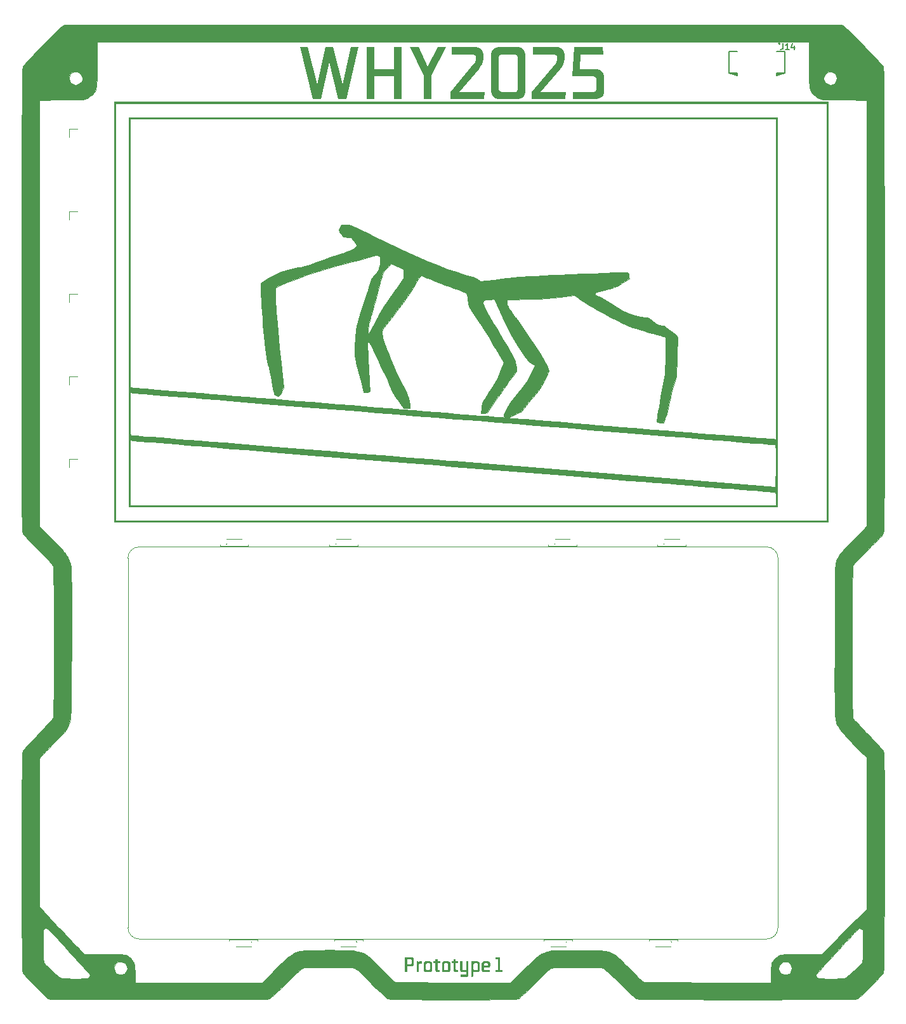
<source format=gbr>
%TF.GenerationSoftware,KiCad,Pcbnew,8.0.2*%
%TF.CreationDate,2024-05-22T21:58:48+02:00*%
%TF.ProjectId,why2025,77687932-3032-4352-9e6b-696361645f70,rev?*%
%TF.SameCoordinates,Original*%
%TF.FileFunction,Legend,Top*%
%TF.FilePolarity,Positive*%
%FSLAX46Y46*%
G04 Gerber Fmt 4.6, Leading zero omitted, Abs format (unit mm)*
G04 Created by KiCad (PCBNEW 8.0.2) date 2024-05-22 21:58:48*
%MOMM*%
%LPD*%
G01*
G04 APERTURE LIST*
%ADD10C,0.150000*%
%ADD11C,0.010000*%
%ADD12C,0.127000*%
%ADD13C,0.200000*%
%ADD14C,0.100000*%
G04 APERTURE END LIST*
D10*
G36*
X-14200766Y55094999D02*
G01*
X-12564584Y61988509D01*
X-13604081Y61988509D01*
X-14711967Y57016701D01*
X-15965177Y61988509D01*
X-17014932Y61988509D01*
X-18141625Y57016701D01*
X-19376028Y61988509D01*
X-20425784Y61988509D01*
X-18719503Y55094999D01*
X-17632134Y55094999D01*
X-16513990Y59955675D01*
X-15289845Y55094999D01*
X-14200766Y55094999D01*
G37*
G36*
X-10478750Y55094999D02*
G01*
X-10478750Y58121167D01*
X-7852651Y58121167D01*
X-7852651Y55094999D01*
X-6833669Y55094999D01*
X-6833669Y61988509D01*
X-7852651Y61988509D01*
X-7852651Y59034147D01*
X-10478750Y59034147D01*
X-10478750Y61988509D01*
X-11489182Y61988509D01*
X-11489182Y55094999D01*
X-10478750Y55094999D01*
G37*
G36*
X-2863746Y55094999D02*
G01*
X-2863746Y58170749D01*
X-885623Y61988509D01*
X-2051639Y61988509D01*
X-3354430Y59413701D01*
X-4588833Y61988509D01*
X-5756558Y61988509D01*
X-3853662Y58170749D01*
X-3853662Y55094999D01*
X-2863746Y55094999D01*
G37*
G36*
X877076Y56035333D02*
G01*
X3455304Y59095696D01*
X3573273Y59244440D01*
X3691242Y59411991D01*
X3875570Y59700098D01*
X3896406Y59748802D01*
X3999640Y60085684D01*
X4033182Y60403617D01*
X4033182Y60978076D01*
X3987122Y61333528D01*
X3830348Y61646249D01*
X3543838Y61876669D01*
X3176163Y61980404D01*
X3024459Y61988509D01*
X-141904Y61988509D01*
X-200034Y61046464D01*
X2651745Y61046464D01*
X2966036Y60898869D01*
X3024459Y60709653D01*
X3024459Y60343777D01*
X2945214Y59995886D01*
X2838102Y59829158D01*
X-299196Y55996010D01*
X-299196Y55094999D01*
X4169958Y55094999D01*
X4229798Y56035333D01*
X877076Y56035333D01*
G37*
G36*
X8769008Y61983740D02*
G01*
X9132010Y61896169D01*
X9436473Y61676301D01*
X9617037Y61350626D01*
X9668353Y60996883D01*
X9668353Y56084915D01*
X9664123Y55978284D01*
X9583862Y55641417D01*
X9371723Y55340649D01*
X9037286Y55151380D01*
X8649372Y55094999D01*
X6130984Y55094999D01*
X6011329Y55099748D01*
X5648017Y55187008D01*
X5342948Y55406271D01*
X5161819Y55731381D01*
X5110293Y56084915D01*
X5110293Y60612200D01*
X6120726Y60612200D01*
X6120726Y56459339D01*
X6194377Y56164136D01*
X6512247Y56025075D01*
X8266399Y56025075D01*
X8549781Y56121892D01*
X8659630Y56459339D01*
X8659630Y60612200D01*
X8585284Y60907403D01*
X8266399Y61046464D01*
X6512247Y61046464D01*
X6229640Y60949648D01*
X6120726Y60612200D01*
X5110293Y60612200D01*
X5110293Y60996883D01*
X5114543Y61103532D01*
X5195114Y61440711D01*
X5407859Y61742083D01*
X5742861Y61931918D01*
X6130984Y61988509D01*
X8649372Y61988509D01*
X8769008Y61983740D01*
G37*
G36*
X11723413Y56035333D02*
G01*
X14301640Y59095696D01*
X14419609Y59244440D01*
X14537579Y59411991D01*
X14721907Y59700098D01*
X14742743Y59748802D01*
X14845976Y60085684D01*
X14879519Y60403617D01*
X14879519Y60978076D01*
X14833458Y61333528D01*
X14676685Y61646249D01*
X14390174Y61876669D01*
X14022500Y61980404D01*
X13870796Y61988509D01*
X10704432Y61988509D01*
X10646302Y61046464D01*
X13498081Y61046464D01*
X13812372Y60898869D01*
X13870796Y60709653D01*
X13870796Y60343777D01*
X13791551Y59995886D01*
X13684438Y59829158D01*
X10547139Y55996010D01*
X10547139Y55094999D01*
X15016295Y55094999D01*
X15076134Y56035333D01*
X11723413Y56035333D01*
G37*
G36*
X19141801Y55094999D02*
G01*
X19498758Y55140777D01*
X19823837Y55302014D01*
X20041165Y55574208D01*
X20130546Y55951909D01*
X20131717Y56006269D01*
X20131717Y58141684D01*
X20070542Y58508334D01*
X19860630Y58818292D01*
X19555369Y58985114D01*
X19201640Y59034147D01*
X16956804Y59034147D01*
X17054257Y61046464D01*
X20063329Y61046464D01*
X20015457Y61988509D01*
X16153245Y61988509D01*
X15956630Y58092102D01*
X18750279Y58092102D01*
X19070569Y57947832D01*
X19112736Y57753582D01*
X19112736Y56464468D01*
X19025969Y56130008D01*
X18710956Y56035333D01*
X16006211Y56035333D01*
X16006211Y55094999D01*
X19141801Y55094999D01*
G37*
G36*
X-5449872Y-59367370D02*
G01*
X-5352905Y-59394894D01*
X-5266959Y-59466663D01*
X-5227921Y-59564936D01*
X-5218003Y-59677452D01*
X-5218003Y-60228464D01*
X-5226198Y-60324007D01*
X-5265221Y-60430345D01*
X-5336414Y-60504829D01*
X-5439807Y-60547612D01*
X-5554081Y-60559169D01*
X-6125121Y-60559169D01*
X-6125121Y-61330000D01*
X-6413816Y-61330000D01*
X-6413816Y-60298318D01*
X-6125121Y-60298318D01*
X-5635170Y-60298318D01*
X-5544709Y-60270877D01*
X-5509141Y-60174731D01*
X-5509141Y-59747794D01*
X-5540648Y-59652845D01*
X-5635170Y-59621277D01*
X-6125121Y-59621277D01*
X-6125121Y-60298318D01*
X-6413816Y-60298318D01*
X-6413816Y-59360425D01*
X-5554081Y-59360425D01*
X-5449872Y-59367370D01*
G37*
G36*
X-4539496Y-61330000D02*
G01*
X-4539496Y-60325184D01*
X-4508111Y-60229935D01*
X-4427145Y-60203551D01*
X-4178017Y-60203551D01*
X-4138938Y-59923161D01*
X-4480390Y-59923161D01*
X-4542427Y-59987641D01*
X-4612281Y-59923161D01*
X-4827703Y-59923161D01*
X-4827703Y-61330000D01*
X-4539496Y-61330000D01*
G37*
G36*
X-3031065Y-59924523D02*
G01*
X-2927350Y-59949543D01*
X-2840361Y-60012363D01*
X-2788771Y-60105413D01*
X-2774109Y-60206482D01*
X-2774109Y-61047166D01*
X-2775318Y-61077632D01*
X-2798249Y-61173880D01*
X-2858861Y-61259814D01*
X-2954414Y-61313891D01*
X-3065247Y-61330000D01*
X-3597208Y-61330000D01*
X-3631395Y-61328642D01*
X-3735198Y-61303711D01*
X-3822361Y-61241065D01*
X-3874112Y-61148176D01*
X-3888833Y-61047166D01*
X-3888833Y-60308576D01*
X-3611374Y-60308576D01*
X-3611374Y-60947515D01*
X-3590330Y-61032662D01*
X-3499510Y-61072568D01*
X-3166363Y-61072568D01*
X-3085397Y-61044805D01*
X-3054011Y-60947515D01*
X-3054011Y-60308576D01*
X-3072118Y-60228345D01*
X-3163432Y-60184012D01*
X-3496579Y-60184012D01*
X-3578653Y-60211724D01*
X-3611374Y-60308576D01*
X-3888833Y-60308576D01*
X-3888833Y-60206482D01*
X-3887619Y-60176011D01*
X-3864599Y-60079674D01*
X-3803815Y-59993568D01*
X-3708100Y-59939329D01*
X-3597208Y-59923161D01*
X-3065247Y-59923161D01*
X-3031065Y-59924523D01*
G37*
G36*
X-2332518Y-61047166D02*
G01*
X-2316785Y-61157176D01*
X-2260139Y-61249983D01*
X-2176569Y-61302281D01*
X-2079556Y-61325560D01*
X-2001813Y-61330000D01*
X-1752686Y-61330000D01*
X-1736077Y-61075498D01*
X-1926586Y-61075498D01*
X-2018063Y-61039882D01*
X-2043823Y-60950446D01*
X-2043823Y-60186454D01*
X-1718980Y-60186454D01*
X-1718980Y-59923161D01*
X-2043823Y-59923161D01*
X-2043823Y-59629581D01*
X-2332518Y-59651563D01*
X-2332518Y-59923161D01*
X-2578715Y-59923161D01*
X-2578715Y-60186454D01*
X-2332518Y-60186454D01*
X-2332518Y-61047166D01*
G37*
G36*
X-610130Y-59924523D02*
G01*
X-506415Y-59949543D01*
X-419426Y-60012363D01*
X-367836Y-60105413D01*
X-353174Y-60206482D01*
X-353174Y-61047166D01*
X-354383Y-61077632D01*
X-377314Y-61173880D01*
X-437926Y-61259814D01*
X-533479Y-61313891D01*
X-644312Y-61330000D01*
X-1176272Y-61330000D01*
X-1210460Y-61328642D01*
X-1314263Y-61303711D01*
X-1401426Y-61241065D01*
X-1453177Y-61148176D01*
X-1467898Y-61047166D01*
X-1467898Y-60308576D01*
X-1190439Y-60308576D01*
X-1190439Y-60947515D01*
X-1169395Y-61032662D01*
X-1078575Y-61072568D01*
X-745428Y-61072568D01*
X-664462Y-61044805D01*
X-633076Y-60947515D01*
X-633076Y-60308576D01*
X-651183Y-60228345D01*
X-742497Y-60184012D01*
X-1075644Y-60184012D01*
X-1157717Y-60211724D01*
X-1190439Y-60308576D01*
X-1467898Y-60308576D01*
X-1467898Y-60206482D01*
X-1466684Y-60176011D01*
X-1443664Y-60079674D01*
X-1382880Y-59993568D01*
X-1287165Y-59939329D01*
X-1176272Y-59923161D01*
X-644312Y-59923161D01*
X-610130Y-59924523D01*
G37*
G36*
X88416Y-61047166D02*
G01*
X104149Y-61157176D01*
X160796Y-61249983D01*
X244365Y-61302281D01*
X341378Y-61325560D01*
X419121Y-61330000D01*
X668249Y-61330000D01*
X684857Y-61075498D01*
X494348Y-61075498D01*
X402871Y-61039882D01*
X377111Y-60950446D01*
X377111Y-60186454D01*
X701954Y-60186454D01*
X701954Y-59923161D01*
X377111Y-59923161D01*
X377111Y-59629581D01*
X88416Y-59651563D01*
X88416Y-59923161D01*
X-157780Y-59923161D01*
X-157780Y-60186454D01*
X88416Y-60186454D01*
X88416Y-61047166D01*
G37*
G36*
X981368Y-61103342D02*
G01*
X996847Y-61200169D01*
X1055093Y-61284828D01*
X1148544Y-61326231D01*
X1193859Y-61330000D01*
X1717516Y-61330000D01*
X1781996Y-61263077D01*
X1781996Y-61590851D01*
X1754458Y-61685678D01*
X1670133Y-61717857D01*
X1028751Y-61717857D01*
X1042917Y-61986524D01*
X1768318Y-61986524D01*
X1866785Y-61974613D01*
X1959126Y-61933096D01*
X2032272Y-61854522D01*
X2067757Y-61748933D01*
X2070691Y-61703691D01*
X2070691Y-59923161D01*
X1781996Y-59923161D01*
X1781996Y-60948004D01*
X1747075Y-61040646D01*
X1670133Y-61067194D01*
X1376064Y-61067194D01*
X1286854Y-61023927D01*
X1272505Y-60956796D01*
X1272505Y-59923161D01*
X981368Y-59923161D01*
X981368Y-61103342D01*
G37*
G36*
X2753594Y-59996434D02*
G01*
X2815143Y-59923161D01*
X3288486Y-59923161D01*
X3321734Y-59924496D01*
X3424392Y-59949127D01*
X3512922Y-60011393D01*
X3566876Y-60104435D01*
X3582554Y-60206482D01*
X3582554Y-61047166D01*
X3579898Y-61091054D01*
X3547205Y-61195394D01*
X3478168Y-61274848D01*
X3388846Y-61317586D01*
X3291417Y-61330000D01*
X2815143Y-61330000D01*
X2753594Y-61268450D01*
X2753594Y-61958192D01*
X2462457Y-61986524D01*
X2462457Y-60308576D01*
X2747732Y-60308576D01*
X2747732Y-60947515D01*
X2768974Y-61032662D01*
X2860084Y-61072568D01*
X3193231Y-61072568D01*
X3273976Y-61044805D01*
X3305094Y-60947515D01*
X3305094Y-60308576D01*
X3287164Y-60228345D01*
X3196162Y-60184012D01*
X2863015Y-60184012D01*
X2780720Y-60211724D01*
X2747732Y-60308576D01*
X2462457Y-60308576D01*
X2462457Y-59923161D01*
X2680810Y-59923161D01*
X2753594Y-59996434D01*
G37*
G36*
X4715373Y-59924496D02*
G01*
X4819620Y-59949116D01*
X4907647Y-60011320D01*
X4960206Y-60104202D01*
X4975227Y-60205994D01*
X4975227Y-60492247D01*
X4974054Y-60525384D01*
X4951891Y-60625069D01*
X4893689Y-60707505D01*
X4802618Y-60755690D01*
X4697767Y-60769218D01*
X4224913Y-60769218D01*
X4137962Y-60705226D01*
X4137962Y-60943119D01*
X4160198Y-61031271D01*
X4252757Y-61072568D01*
X4927355Y-61072568D01*
X4910747Y-61330000D01*
X4154571Y-61330000D01*
X4119954Y-61328701D01*
X4015045Y-61304606D01*
X3927227Y-61243051D01*
X3875250Y-61149862D01*
X3860503Y-61046189D01*
X3860503Y-60292456D01*
X4137962Y-60292456D01*
X4137962Y-60517159D01*
X4597139Y-60517159D01*
X4648484Y-60507502D01*
X4695325Y-60419951D01*
X4695325Y-60297829D01*
X4674083Y-60220295D01*
X4582973Y-60184012D01*
X4249826Y-60184012D01*
X4176909Y-60201910D01*
X4137962Y-60292456D01*
X3860503Y-60292456D01*
X3860503Y-60205994D01*
X3861776Y-60175206D01*
X3885654Y-60078428D01*
X3947654Y-59992662D01*
X4043388Y-59939050D01*
X4152129Y-59923161D01*
X4681159Y-59923161D01*
X4715373Y-59924496D01*
G37*
G36*
X6582833Y-61330000D02*
G01*
X6582833Y-61072568D01*
X6291696Y-61072568D01*
X6291696Y-59360425D01*
X5720168Y-59417090D01*
X5720168Y-59667683D01*
X6003001Y-59636420D01*
X6003001Y-61072568D01*
X5700628Y-61072568D01*
X5700628Y-61330000D01*
X6582833Y-61330000D01*
G37*
X44042380Y62487704D02*
X44042380Y61916276D01*
X44042380Y61916276D02*
X44004285Y61801990D01*
X44004285Y61801990D02*
X43928094Y61725800D01*
X43928094Y61725800D02*
X43813809Y61687704D01*
X43813809Y61687704D02*
X43737618Y61687704D01*
X44842380Y61687704D02*
X44385237Y61687704D01*
X44613809Y61687704D02*
X44613809Y62487704D01*
X44613809Y62487704D02*
X44537618Y62373419D01*
X44537618Y62373419D02*
X44461428Y62297228D01*
X44461428Y62297228D02*
X44385237Y62259133D01*
X45528095Y62221038D02*
X45528095Y61687704D01*
X45337619Y62525800D02*
X45147142Y61954371D01*
X45147142Y61954371D02*
X45642381Y61954371D01*
D11*
%TO.C,N1*%
X52138135Y64833500D02*
X52279526Y64726994D01*
X52519850Y64513028D01*
X52843155Y64208016D01*
X53233492Y63828370D01*
X53674910Y63390504D01*
X54151457Y62910830D01*
X54647185Y62405761D01*
X55146141Y61891711D01*
X55632376Y61385091D01*
X56089938Y60902316D01*
X56502878Y60459797D01*
X56855245Y60073947D01*
X57131088Y59761181D01*
X57314456Y59537909D01*
X57382878Y59436743D01*
X57395996Y59404447D01*
X57408330Y59358345D01*
X57419909Y59293267D01*
X57430761Y59204045D01*
X57440914Y59085509D01*
X57450397Y58932491D01*
X57459238Y58739823D01*
X57467467Y58502335D01*
X57475111Y58214858D01*
X57482199Y57872224D01*
X57488759Y57469264D01*
X57494821Y57000809D01*
X57500412Y56461690D01*
X57505560Y55846738D01*
X57510296Y55150785D01*
X57514646Y54368662D01*
X57518639Y53495199D01*
X57522305Y52525228D01*
X57525671Y51453581D01*
X57528766Y50275088D01*
X57531618Y48984581D01*
X57534256Y47576890D01*
X57536709Y46046847D01*
X57539004Y44389284D01*
X57541171Y42599030D01*
X57543238Y40670918D01*
X57545233Y38599779D01*
X57547185Y36380444D01*
X57549122Y34007743D01*
X57551073Y31476508D01*
X57553067Y28781571D01*
X57553248Y28532667D01*
X57555224Y25591964D01*
X57556749Y22817493D01*
X57557817Y20206154D01*
X57558420Y17754845D01*
X57558552Y15460467D01*
X57558204Y13319918D01*
X57557370Y11330098D01*
X57556042Y9487907D01*
X57554214Y7790243D01*
X57551878Y6234006D01*
X57549027Y4816095D01*
X57545653Y3533410D01*
X57541751Y2382851D01*
X57537311Y1361315D01*
X57532328Y465704D01*
X57526794Y-307085D01*
X57520702Y-960151D01*
X57514045Y-1496595D01*
X57506815Y-1919518D01*
X57499005Y-2232020D01*
X57490609Y-2437203D01*
X57481618Y-2538166D01*
X57481262Y-2540000D01*
X57452510Y-2670489D01*
X57414995Y-2789282D01*
X57356013Y-2911425D01*
X57262862Y-3051966D01*
X57122839Y-3225955D01*
X56923240Y-3448438D01*
X56651364Y-3734464D01*
X56294507Y-4099081D01*
X55839966Y-4557336D01*
X55436146Y-4962670D01*
X54959384Y-5443615D01*
X54517904Y-5894102D01*
X54126922Y-6298205D01*
X53801656Y-6639995D01*
X53557323Y-6903548D01*
X53409142Y-7072935D01*
X53373298Y-7121670D01*
X53356013Y-7236543D01*
X53340030Y-7507854D01*
X53325355Y-7922713D01*
X53311994Y-8468231D01*
X53299951Y-9131517D01*
X53289233Y-9899681D01*
X53279843Y-10759833D01*
X53271788Y-11699084D01*
X53265072Y-12704543D01*
X53259701Y-13763320D01*
X53255681Y-14862525D01*
X53253016Y-15989268D01*
X53251711Y-17130660D01*
X53251773Y-18273809D01*
X53253206Y-19405827D01*
X53256016Y-20513823D01*
X53260207Y-21584906D01*
X53265786Y-22606188D01*
X53272757Y-23564778D01*
X53281125Y-24447786D01*
X53290897Y-25242322D01*
X53302076Y-25935496D01*
X53314670Y-26514418D01*
X53328682Y-26966197D01*
X53344117Y-27277945D01*
X53360983Y-27436770D01*
X53364985Y-27450138D01*
X53447145Y-27564965D01*
X53633101Y-27784519D01*
X53908079Y-28092634D01*
X54257303Y-28473145D01*
X54666000Y-28909889D01*
X55119394Y-29386699D01*
X55427873Y-29707148D01*
X55961189Y-30259254D01*
X56388797Y-30705003D01*
X56723104Y-31059370D01*
X56976523Y-31337332D01*
X57161462Y-31553864D01*
X57290331Y-31723942D01*
X57375540Y-31862542D01*
X57429500Y-31984639D01*
X57464619Y-32105210D01*
X57482564Y-32186677D01*
X57495691Y-32308670D01*
X57507521Y-32544476D01*
X57518074Y-32898179D01*
X57527369Y-33373865D01*
X57535426Y-33975620D01*
X57542265Y-34707528D01*
X57547904Y-35573676D01*
X57552365Y-36578149D01*
X57555667Y-37725033D01*
X57557829Y-39018412D01*
X57558871Y-40462373D01*
X57558813Y-42061001D01*
X57557674Y-43818382D01*
X57555475Y-45738600D01*
X57553690Y-46947667D01*
X57550630Y-48792595D01*
X57547514Y-50475575D01*
X57544266Y-52003993D01*
X57540811Y-53385234D01*
X57537072Y-54626683D01*
X57532973Y-55735726D01*
X57528438Y-56719748D01*
X57523392Y-57586135D01*
X57517757Y-58342272D01*
X57511458Y-58995543D01*
X57504420Y-59553336D01*
X57496565Y-60023035D01*
X57487818Y-60412025D01*
X57478102Y-60727693D01*
X57467343Y-60977423D01*
X57455463Y-61168600D01*
X57442386Y-61308611D01*
X57428037Y-61404841D01*
X57412340Y-61464674D01*
X57404000Y-61483182D01*
X57311321Y-61604184D01*
X57116785Y-61826324D01*
X56837939Y-62130678D01*
X56492334Y-62498320D01*
X56097519Y-62910323D01*
X55741920Y-63275584D01*
X55245408Y-63778381D01*
X54849097Y-64170535D01*
X54537918Y-64465446D01*
X54296802Y-64676517D01*
X54110681Y-64817147D01*
X53964486Y-64900737D01*
X53879253Y-64932096D01*
X53764210Y-64945139D01*
X53515108Y-64957113D01*
X53129224Y-64968034D01*
X52603836Y-64977919D01*
X51936219Y-64986785D01*
X51123652Y-64994650D01*
X50163412Y-65001529D01*
X49052775Y-65007441D01*
X47789019Y-65012401D01*
X46369422Y-65016427D01*
X44791259Y-65019537D01*
X43051809Y-65021745D01*
X41148349Y-65023071D01*
X39176780Y-65023528D01*
X37331808Y-65023468D01*
X35648676Y-65023119D01*
X34119888Y-65022412D01*
X32737951Y-65021282D01*
X31495371Y-65019662D01*
X30384655Y-65017484D01*
X29398307Y-65014683D01*
X28528834Y-65011190D01*
X27768742Y-65006940D01*
X27110537Y-65001865D01*
X26546724Y-64995899D01*
X26069811Y-64988975D01*
X25672302Y-64981027D01*
X25346703Y-64971986D01*
X25085522Y-64961787D01*
X24881262Y-64950364D01*
X24726432Y-64937648D01*
X24613535Y-64923573D01*
X24535079Y-64908072D01*
X24487114Y-64892595D01*
X24321703Y-64785799D01*
X24047158Y-64559854D01*
X23669228Y-64220014D01*
X23193661Y-63771532D01*
X22626206Y-63219660D01*
X22267333Y-62864319D01*
X21645843Y-62251764D01*
X21115458Y-61742208D01*
X20681380Y-61340402D01*
X20348812Y-61051100D01*
X20122959Y-60879054D01*
X20047553Y-60836723D01*
X19940166Y-60801709D01*
X19792304Y-60773347D01*
X19586877Y-60750983D01*
X19306796Y-60733964D01*
X18934969Y-60721636D01*
X18454307Y-60713347D01*
X17847720Y-60708442D01*
X17098117Y-60706268D01*
X16628376Y-60706000D01*
X15663073Y-60708561D01*
X14862087Y-60716339D01*
X14220473Y-60729477D01*
X13733290Y-60748118D01*
X13395596Y-60772403D01*
X13202449Y-60802476D01*
X13193378Y-60805050D01*
X13072573Y-60857942D01*
X12917171Y-60959814D01*
X12714172Y-61122386D01*
X12450579Y-61357379D01*
X12113394Y-61676513D01*
X11689618Y-62091511D01*
X11166254Y-62614093D01*
X10985833Y-62795663D01*
X10397062Y-63382769D01*
X9881379Y-63884211D01*
X9447749Y-64291686D01*
X9105138Y-64596893D01*
X8862511Y-64791531D01*
X8761046Y-64855613D01*
X8700371Y-64883229D01*
X8632502Y-64907650D01*
X8547219Y-64929070D01*
X8434303Y-64947688D01*
X8283535Y-64963699D01*
X8084695Y-64977300D01*
X7827562Y-64988686D01*
X7501919Y-64998055D01*
X7097545Y-65005604D01*
X6604221Y-65011527D01*
X6011726Y-65016022D01*
X5309843Y-65019285D01*
X4488351Y-65021513D01*
X3537030Y-65022902D01*
X2445661Y-65023649D01*
X1204026Y-65023949D01*
X0Y-65024000D01*
X-1379843Y-65023930D01*
X-2600575Y-65023590D01*
X-3672417Y-65022782D01*
X-4605592Y-65021308D01*
X-5410321Y-65018971D01*
X-6096827Y-65015573D01*
X-6675332Y-65010916D01*
X-7156058Y-65004804D01*
X-7549225Y-64997038D01*
X-7865058Y-64987422D01*
X-8113777Y-64975757D01*
X-8305605Y-64961846D01*
X-8450763Y-64945491D01*
X-8559473Y-64926495D01*
X-8641959Y-64904661D01*
X-8708440Y-64879790D01*
X-8763021Y-64854656D01*
X-8937258Y-64736193D01*
X-9217888Y-64500366D01*
X-9596874Y-64154627D01*
X-10066177Y-63706429D01*
X-10617759Y-63163222D01*
X-10983737Y-62795926D01*
X-11536334Y-62240710D01*
X-11985643Y-61796434D01*
X-12344891Y-61451168D01*
X-12627306Y-61192977D01*
X-12846116Y-61009929D01*
X-13014547Y-60890092D01*
X-13145827Y-60821534D01*
X-13189308Y-60806270D01*
X-13366920Y-60775704D01*
X-13680246Y-60750938D01*
X-14135731Y-60731782D01*
X-14739823Y-60718049D01*
X-15498967Y-60709552D01*
X-16419611Y-60706101D01*
X-16628376Y-60706000D01*
X-17462221Y-60706971D01*
X-18143831Y-60710322D01*
X-18690298Y-60716705D01*
X-19118710Y-60726773D01*
X-19446158Y-60741180D01*
X-19689732Y-60760580D01*
X-19866523Y-60785625D01*
X-19993620Y-60816970D01*
X-20047553Y-60836723D01*
X-20213976Y-60943865D01*
X-20489906Y-61170815D01*
X-20870140Y-61512820D01*
X-21349474Y-61965126D01*
X-21922706Y-62522982D01*
X-22267333Y-62864319D01*
X-22884138Y-63472255D01*
X-23412302Y-63979768D01*
X-23846075Y-64381605D01*
X-24179710Y-64672513D01*
X-24407456Y-64847239D01*
X-24487114Y-64892595D01*
X-24540466Y-64909425D01*
X-24621191Y-64924757D01*
X-24736775Y-64938654D01*
X-24894705Y-64951180D01*
X-25102467Y-64962396D01*
X-25367544Y-64972366D01*
X-25697425Y-64981153D01*
X-26099594Y-64988820D01*
X-26581537Y-64995429D01*
X-27150739Y-65001044D01*
X-27814688Y-65005727D01*
X-28580867Y-65009541D01*
X-29456764Y-65012550D01*
X-30449864Y-65014815D01*
X-31567653Y-65016401D01*
X-32817616Y-65017369D01*
X-34207239Y-65017782D01*
X-35744009Y-65017705D01*
X-37435410Y-65017199D01*
X-39219114Y-65016364D01*
X-41064874Y-65014914D01*
X-42809040Y-65012592D01*
X-44446394Y-65009430D01*
X-45971720Y-65005458D01*
X-47379804Y-65000709D01*
X-48665427Y-64995212D01*
X-49823375Y-64989000D01*
X-50848430Y-64982104D01*
X-51735378Y-64974555D01*
X-52479001Y-64966384D01*
X-53074084Y-64957623D01*
X-53515410Y-64948303D01*
X-53797764Y-64938455D01*
X-53915435Y-64928257D01*
X-54058345Y-64853512D01*
X-54275974Y-64686660D01*
X-54576785Y-64420034D01*
X-54969243Y-64045967D01*
X-55461811Y-63556793D01*
X-55735769Y-63279380D01*
X-56159356Y-62844622D01*
X-56548380Y-62438317D01*
X-56885303Y-62079345D01*
X-57152588Y-61786583D01*
X-57332699Y-61578906D01*
X-57404000Y-61483654D01*
X-57420228Y-61439717D01*
X-57435039Y-61363727D01*
X-57448495Y-61248354D01*
X-57460660Y-61086267D01*
X-57471596Y-60870136D01*
X-57481366Y-60592632D01*
X-57490033Y-60246423D01*
X-57497660Y-59824179D01*
X-57504311Y-59318571D01*
X-57510047Y-58722268D01*
X-57514933Y-58027939D01*
X-57516188Y-57782968D01*
X-54694667Y-57782968D01*
X-54690428Y-58557645D01*
X-54677806Y-59175948D01*
X-54656942Y-59634506D01*
X-54627979Y-59929950D01*
X-54599441Y-60045849D01*
X-54504536Y-60169363D01*
X-54308678Y-60378371D01*
X-54038925Y-60647524D01*
X-53722338Y-60951473D01*
X-53385975Y-61264867D01*
X-53056896Y-61562357D01*
X-52762161Y-61818593D01*
X-52528828Y-62008225D01*
X-52426623Y-62081387D01*
X-52327882Y-62132475D01*
X-52196467Y-62170482D01*
X-52007957Y-62197267D01*
X-51737930Y-62214693D01*
X-51361965Y-62224621D01*
X-50855640Y-62228912D01*
X-50482500Y-62229554D01*
X-49899154Y-62228710D01*
X-49461194Y-62224402D01*
X-49144677Y-62214483D01*
X-48925660Y-62196806D01*
X-48780200Y-62169226D01*
X-48684355Y-62129596D01*
X-48614182Y-62075769D01*
X-48598667Y-62060667D01*
X-48468103Y-61907584D01*
X-48446740Y-61777480D01*
X-48536828Y-61610829D01*
X-48619833Y-61500998D01*
X-48733752Y-61366310D01*
X-48944047Y-61128669D01*
X-49236618Y-60803360D01*
X-49301439Y-60731899D01*
X-45245815Y-60731899D01*
X-45244343Y-60950242D01*
X-45149770Y-61216224D01*
X-44992639Y-61461789D01*
X-44863438Y-61583935D01*
X-44547963Y-61709262D01*
X-44193864Y-61701254D01*
X-43861077Y-61564274D01*
X-43782042Y-61505229D01*
X-43553372Y-61216409D01*
X-43465847Y-60883924D01*
X-43514890Y-60549500D01*
X-43695923Y-60254863D01*
X-43939229Y-60072433D01*
X-44315177Y-59953828D01*
X-44654924Y-59996043D01*
X-44944511Y-60192034D01*
X-45169978Y-60534754D01*
X-45245815Y-60731899D01*
X-49301439Y-60731899D01*
X-49597360Y-60405667D01*
X-50012172Y-59950875D01*
X-50466951Y-59454269D01*
X-50947596Y-58931133D01*
X-51440002Y-58396752D01*
X-51930068Y-57866411D01*
X-52403692Y-57355395D01*
X-52846771Y-56878989D01*
X-53245202Y-56452476D01*
X-53584883Y-56091142D01*
X-53851712Y-55810272D01*
X-54031586Y-55625150D01*
X-54108249Y-55552470D01*
X-54248951Y-55483212D01*
X-54390484Y-55519670D01*
X-54482553Y-55575588D01*
X-54694667Y-55714570D01*
X-54694667Y-57782968D01*
X-57516188Y-57782968D01*
X-57519030Y-57228256D01*
X-57522403Y-56315886D01*
X-57523981Y-55714570D01*
X-57525113Y-55283501D01*
X-57527223Y-54123770D01*
X-57528798Y-52829363D01*
X-57529899Y-51392949D01*
X-57530590Y-49807198D01*
X-57530933Y-48064781D01*
X-57531000Y-46693667D01*
X-57530957Y-44852325D01*
X-57530774Y-43172716D01*
X-57530369Y-41647236D01*
X-57529659Y-40268284D01*
X-57529235Y-39788730D01*
X-55226060Y-39788730D01*
X-55225476Y-40995947D01*
X-55223689Y-42253174D01*
X-55222451Y-42844748D01*
X-55199902Y-52627163D01*
X-52699690Y-55290748D01*
X-52151347Y-55873959D01*
X-51621004Y-56436208D01*
X-51123758Y-56961620D01*
X-50674706Y-57434316D01*
X-50288946Y-57838422D01*
X-49981575Y-58158061D01*
X-49767691Y-58377356D01*
X-49703835Y-58441167D01*
X-49208192Y-58928000D01*
X-46596263Y-58929859D01*
X-45804250Y-58931443D01*
X-45161730Y-58937127D01*
X-44648863Y-58950173D01*
X-44245809Y-58973846D01*
X-43932730Y-59011408D01*
X-43689786Y-59066124D01*
X-43497139Y-59141255D01*
X-43334949Y-59240066D01*
X-43183376Y-59365819D01*
X-43027483Y-59516876D01*
X-42820195Y-59737970D01*
X-42670020Y-59945627D01*
X-42566865Y-60174040D01*
X-42500641Y-60457395D01*
X-42461255Y-60829884D01*
X-42438618Y-61325694D01*
X-42432865Y-61531500D01*
X-42402123Y-62738000D01*
X-25414621Y-62738000D01*
X-24073095Y-61346277D01*
X-23414043Y-60673324D01*
X-22844850Y-60118346D01*
X-22348195Y-59668220D01*
X-21906757Y-59309824D01*
X-21503213Y-59030037D01*
X-21120242Y-58815737D01*
X-20740523Y-58653803D01*
X-20362333Y-58535261D01*
X-20167280Y-58506540D01*
X-19826744Y-58481630D01*
X-19364534Y-58460620D01*
X-18804461Y-58443594D01*
X-18170334Y-58430642D01*
X-17485962Y-58421848D01*
X-16775154Y-58417301D01*
X-16061722Y-58417087D01*
X-15369473Y-58421293D01*
X-14722218Y-58430007D01*
X-14143765Y-58443314D01*
X-13657926Y-58461302D01*
X-13288509Y-58484057D01*
X-13075383Y-58508663D01*
X-12691983Y-58587498D01*
X-12341986Y-58689013D01*
X-12008403Y-58825553D01*
X-11674239Y-59009464D01*
X-11322503Y-59253093D01*
X-10936204Y-59568786D01*
X-10498349Y-59968890D01*
X-9991945Y-60465749D01*
X-9400001Y-61071712D01*
X-9060723Y-61425667D01*
X-8719856Y-61778287D01*
X-8404077Y-62096560D01*
X-8138343Y-62355958D01*
X-7947610Y-62531954D01*
X-7876745Y-62589275D01*
X-7831717Y-62614579D01*
X-7767786Y-62636829D01*
X-7674474Y-62656222D01*
X-7541308Y-62672954D01*
X-7357811Y-62687220D01*
X-7113508Y-62699216D01*
X-6797924Y-62709139D01*
X-6400583Y-62717185D01*
X-5911009Y-62723549D01*
X-5318727Y-62728427D01*
X-4613262Y-62732015D01*
X-3784138Y-62734509D01*
X-2820879Y-62736106D01*
X-1713011Y-62737000D01*
X-450057Y-62737388D01*
X44738Y-62737442D01*
X7751809Y-62738000D01*
X9442738Y-61037965D01*
X10028456Y-60454303D01*
X10518274Y-59980633D01*
X10931200Y-59602570D01*
X11286245Y-59305732D01*
X11602419Y-59075735D01*
X11898730Y-58898194D01*
X12194190Y-58758726D01*
X12507808Y-58642947D01*
X12679678Y-58588747D01*
X12836210Y-58542951D01*
X12985353Y-58505587D01*
X13145119Y-58475994D01*
X13333518Y-58453508D01*
X13568558Y-58437467D01*
X13868252Y-58427209D01*
X14250609Y-58422070D01*
X14733640Y-58421388D01*
X15335353Y-58424501D01*
X16073761Y-58430745D01*
X16786011Y-58437659D01*
X17652288Y-58446670D01*
X18366685Y-58455498D01*
X18946649Y-58465073D01*
X19409630Y-58476325D01*
X19773077Y-58490182D01*
X20054438Y-58507575D01*
X20271163Y-58529434D01*
X20440699Y-58556688D01*
X20580497Y-58590266D01*
X20708005Y-58631099D01*
X20758472Y-58649302D01*
X21087973Y-58786055D01*
X21405873Y-58955271D01*
X21733126Y-59173351D01*
X22090685Y-59456700D01*
X22499502Y-59821720D01*
X22980530Y-60284814D01*
X23452667Y-60758497D01*
X23960423Y-61274177D01*
X24363427Y-61682467D01*
X24675723Y-61996643D01*
X24911354Y-62229985D01*
X25084366Y-62395769D01*
X25208802Y-62507274D01*
X25298709Y-62577777D01*
X25368130Y-62620556D01*
X25431109Y-62648890D01*
X25466727Y-62662608D01*
X25578813Y-62673512D01*
X25849097Y-62683897D01*
X26266446Y-62693667D01*
X26819726Y-62702723D01*
X27497802Y-62710966D01*
X28289541Y-62718300D01*
X29183808Y-62724626D01*
X30169470Y-62729845D01*
X31235392Y-62733861D01*
X32370441Y-62736574D01*
X33563482Y-62737888D01*
X34033573Y-62738000D01*
X42402122Y-62738000D01*
X42424845Y-61846238D01*
X48444139Y-61846238D01*
X48522831Y-61980921D01*
X48598667Y-62060667D01*
X48666261Y-62118180D01*
X48753842Y-62160987D01*
X48885353Y-62191234D01*
X49084736Y-62211068D01*
X49375933Y-62222635D01*
X49782888Y-62228081D01*
X50329544Y-62229553D01*
X50482500Y-62229554D01*
X51077976Y-62227734D01*
X51528562Y-62221384D01*
X51858679Y-62208644D01*
X52092748Y-62187651D01*
X52255192Y-62156546D01*
X52370431Y-62113466D01*
X52426623Y-62081387D01*
X52608130Y-61945953D01*
X52867866Y-61728151D01*
X53178771Y-61453333D01*
X53513786Y-61146848D01*
X53845851Y-60834045D01*
X54147908Y-60540275D01*
X54392897Y-60290887D01*
X54553759Y-60111231D01*
X54599441Y-60045849D01*
X54634707Y-59881749D01*
X54661986Y-59551869D01*
X54681136Y-59059579D01*
X54692014Y-58408250D01*
X54694667Y-57782968D01*
X54694667Y-55714570D01*
X54482553Y-55575588D01*
X54310938Y-55487040D01*
X54180397Y-55506694D01*
X54108249Y-55552470D01*
X54021161Y-55635640D01*
X53834099Y-55828667D01*
X53561168Y-56116268D01*
X53216468Y-56483156D01*
X52814103Y-56914048D01*
X52368175Y-57393659D01*
X51892786Y-57906703D01*
X51402039Y-58437897D01*
X50910037Y-58971956D01*
X50430881Y-59493594D01*
X49978675Y-59987527D01*
X49567520Y-60438471D01*
X49211519Y-60831140D01*
X48924776Y-61150250D01*
X48721391Y-61380517D01*
X48619833Y-61500998D01*
X48475723Y-61706105D01*
X48444139Y-61846238D01*
X42424845Y-61846238D01*
X42432865Y-61531500D01*
X42452066Y-60985226D01*
X42462907Y-60847944D01*
X43459459Y-60847944D01*
X43471719Y-61007515D01*
X43607722Y-61320605D01*
X43856209Y-61555305D01*
X44172706Y-61693196D01*
X44512741Y-61715857D01*
X44831842Y-61604870D01*
X44863438Y-61583935D01*
X45033914Y-61408222D01*
X45174110Y-61173936D01*
X45177769Y-61165334D01*
X45238297Y-60823227D01*
X45158719Y-60490440D01*
X44965397Y-60206605D01*
X44684695Y-60011353D01*
X44365333Y-59944000D01*
X44027355Y-60020606D01*
X43741187Y-60223613D01*
X43540623Y-60512799D01*
X43459459Y-60847944D01*
X42462907Y-60847944D01*
X42484535Y-60574066D01*
X42540363Y-60263831D01*
X42629640Y-60020331D01*
X42762458Y-59809377D01*
X42948908Y-59596780D01*
X43027482Y-59516876D01*
X43187749Y-59361815D01*
X43339362Y-59236870D01*
X43502163Y-59138779D01*
X43695991Y-59064276D01*
X43940688Y-59010097D01*
X44256096Y-58972980D01*
X44662055Y-58949660D01*
X45178407Y-58936873D01*
X45824991Y-58931354D01*
X46595861Y-58929859D01*
X49207388Y-58928000D01*
X51360998Y-56733880D01*
X51897874Y-56190342D01*
X52435835Y-55652021D01*
X52954065Y-55139294D01*
X53431749Y-54672542D01*
X53848071Y-54272140D01*
X54182217Y-53958469D01*
X54358637Y-53799169D01*
X55202667Y-53058579D01*
X55202667Y-32745037D01*
X53637257Y-31181410D01*
X53075308Y-30610291D01*
X52578432Y-30085649D01*
X52162158Y-29624634D01*
X51842012Y-29244398D01*
X51648127Y-28984266D01*
X51542282Y-28830399D01*
X51447256Y-28695748D01*
X51362481Y-28570884D01*
X51287394Y-28446375D01*
X51221427Y-28312790D01*
X51164016Y-28160696D01*
X51114594Y-27980664D01*
X51072596Y-27763262D01*
X51037455Y-27499057D01*
X51008607Y-27178620D01*
X50985486Y-26792519D01*
X50967525Y-26331322D01*
X50954159Y-25785598D01*
X50944823Y-25145916D01*
X50938950Y-24402844D01*
X50935974Y-23546952D01*
X50935331Y-22568808D01*
X50936454Y-21458980D01*
X50938778Y-20208037D01*
X50941736Y-18806549D01*
X50944740Y-17258332D01*
X50947440Y-15736978D01*
X50950034Y-14375546D01*
X50952698Y-13164627D01*
X50955605Y-12094808D01*
X50958929Y-11156680D01*
X50962844Y-10340832D01*
X50967523Y-9637854D01*
X50973141Y-9038335D01*
X50979871Y-8532864D01*
X50987887Y-8112030D01*
X50997363Y-7766423D01*
X51008473Y-7486633D01*
X51021391Y-7263249D01*
X51036290Y-7086860D01*
X51053345Y-6948056D01*
X51072729Y-6837425D01*
X51094616Y-6745558D01*
X51119180Y-6663044D01*
X51141732Y-6594901D01*
X51253359Y-6296908D01*
X51387627Y-6015113D01*
X51559165Y-5731087D01*
X51782605Y-5426401D01*
X52072578Y-5082625D01*
X52443714Y-4681332D01*
X52910645Y-4204092D01*
X53488000Y-3632476D01*
X53513295Y-3607684D01*
X53946099Y-3178871D01*
X54339503Y-2780021D01*
X54676781Y-2428823D01*
X54941207Y-2142969D01*
X55116053Y-1940148D01*
X55183809Y-1840939D01*
X55188459Y-1742549D01*
X55192890Y-1481082D01*
X55197093Y-1062794D01*
X55201059Y-493943D01*
X55204780Y219217D01*
X55208247Y1070428D01*
X55211450Y2053435D01*
X55214383Y3161981D01*
X55217034Y4389810D01*
X55219397Y5730665D01*
X55221463Y7178290D01*
X55223221Y8726429D01*
X55224665Y10368826D01*
X55225785Y12099224D01*
X55226572Y13911367D01*
X55227018Y15798999D01*
X55227114Y17755863D01*
X55226852Y19775704D01*
X55226222Y21852264D01*
X55225216Y23979287D01*
X55223825Y26150518D01*
X55223459Y26643029D01*
X55201919Y54937059D01*
X52217793Y54964029D01*
X51424725Y54971624D01*
X50782225Y54979373D01*
X50271533Y54988438D01*
X49873885Y54999981D01*
X49570521Y55015164D01*
X49342678Y55035148D01*
X49171596Y55061095D01*
X49038511Y55094168D01*
X48924663Y55135528D01*
X48839431Y55173231D01*
X48544130Y55346460D01*
X48237874Y55581385D01*
X48105502Y55705493D01*
X47954710Y55866675D01*
X47831159Y56021671D01*
X47732141Y56188696D01*
X47654947Y56385964D01*
X47596866Y56631690D01*
X47555190Y56944088D01*
X47527209Y57341372D01*
X47515060Y57699090D01*
X49455163Y57699090D01*
X49503997Y57534990D01*
X49644425Y57358971D01*
X49722369Y57279364D01*
X49943779Y57087219D01*
X50147223Y56999546D01*
X50374713Y56980667D01*
X50663017Y57015617D01*
X50888798Y57147111D01*
X50975846Y57228154D01*
X51175014Y57531993D01*
X51238083Y57877107D01*
X51163958Y58214448D01*
X51003111Y58447798D01*
X50723679Y58666943D01*
X50436849Y58745679D01*
X50171180Y58723079D01*
X49841365Y58580760D01*
X49599926Y58310493D01*
X49472599Y57941651D01*
X49469895Y57922687D01*
X49455163Y57699090D01*
X47515060Y57699090D01*
X47510214Y57841759D01*
X47501496Y58463461D01*
X47498346Y59224694D01*
X47498000Y59789749D01*
X47498000Y62738000D01*
X-47498000Y62738000D01*
X-47498000Y59789749D01*
X-47499019Y58930300D01*
X-47503883Y58221965D01*
X-47515300Y57646531D01*
X-47535980Y57185783D01*
X-47568633Y56821506D01*
X-47615967Y56535485D01*
X-47680691Y56309507D01*
X-47765516Y56125356D01*
X-47873150Y55964818D01*
X-48006303Y55809678D01*
X-48105502Y55705493D01*
X-48379270Y55466020D01*
X-48692271Y55251847D01*
X-48839431Y55173231D01*
X-48951201Y55124797D01*
X-49067944Y55085532D01*
X-49208420Y55054274D01*
X-49391389Y55029862D01*
X-49635611Y55011135D01*
X-49959846Y54996930D01*
X-50382856Y54986086D01*
X-50923399Y54977442D01*
X-51600236Y54969836D01*
X-52218167Y54964027D01*
X-55202667Y54937054D01*
X-55202667Y-1890667D01*
X-53439683Y-3675833D01*
X-52920358Y-4203756D01*
X-52506392Y-4630701D01*
X-52182501Y-4974516D01*
X-51933403Y-5253046D01*
X-51743814Y-5484139D01*
X-51598451Y-5685642D01*
X-51482029Y-5875402D01*
X-51379267Y-6071264D01*
X-51367140Y-6096000D01*
X-51193986Y-6503752D01*
X-51051322Y-6935590D01*
X-50971764Y-7281333D01*
X-50956816Y-7464838D01*
X-50943480Y-7804670D01*
X-50931767Y-8287828D01*
X-50921687Y-8901312D01*
X-50913248Y-9632124D01*
X-50906462Y-10467264D01*
X-50901338Y-11393732D01*
X-50897886Y-12398529D01*
X-50896116Y-13468654D01*
X-50896038Y-14591109D01*
X-50897661Y-15752894D01*
X-50900996Y-16941008D01*
X-50906052Y-18142454D01*
X-50912839Y-19344230D01*
X-50921368Y-20533337D01*
X-50931648Y-21696776D01*
X-50943688Y-22821548D01*
X-50957500Y-23894651D01*
X-50959042Y-24003000D01*
X-50971419Y-24977798D01*
X-50982994Y-25803102D01*
X-51000944Y-26498565D01*
X-51032452Y-27083837D01*
X-51084698Y-27578571D01*
X-51164861Y-28002417D01*
X-51280122Y-28375028D01*
X-51437661Y-28716055D01*
X-51644659Y-29045149D01*
X-51908295Y-29381963D01*
X-52235751Y-29746147D01*
X-52634206Y-30157353D01*
X-53110841Y-30635234D01*
X-53539205Y-31064588D01*
X-53964334Y-31497916D01*
X-54350981Y-31901912D01*
X-54682407Y-32258286D01*
X-54941871Y-32548750D01*
X-55112633Y-32755015D01*
X-55176651Y-32853566D01*
X-55185365Y-32964071D01*
X-55193374Y-33233060D01*
X-55200627Y-33649687D01*
X-55207075Y-34203103D01*
X-55212667Y-34882462D01*
X-55217355Y-35676916D01*
X-55221087Y-36575617D01*
X-55223815Y-37567718D01*
X-55225490Y-38642372D01*
X-55226060Y-39788730D01*
X-57529235Y-39788730D01*
X-57528562Y-39028258D01*
X-57526997Y-37919557D01*
X-57524881Y-36934579D01*
X-57522131Y-36065722D01*
X-57518667Y-35305384D01*
X-57514405Y-34645963D01*
X-57509264Y-34079859D01*
X-57503161Y-33599468D01*
X-57496015Y-33197189D01*
X-57487743Y-32865421D01*
X-57478263Y-32596562D01*
X-57467492Y-32383009D01*
X-57455350Y-32217162D01*
X-57441754Y-32091418D01*
X-57426621Y-31998176D01*
X-57409869Y-31929833D01*
X-57391417Y-31878789D01*
X-57371182Y-31837441D01*
X-57370486Y-31836160D01*
X-57272699Y-31703407D01*
X-57071919Y-31467360D01*
X-56783984Y-31145355D01*
X-56424735Y-30754728D01*
X-56010014Y-30312818D01*
X-55555660Y-29836960D01*
X-55338486Y-29612238D01*
X-54874718Y-29130303D01*
X-54446336Y-28677704D01*
X-54068558Y-28271099D01*
X-53756602Y-27927148D01*
X-53525683Y-27662510D01*
X-53391018Y-27493842D01*
X-53364986Y-27451745D01*
X-53347797Y-27328928D01*
X-53332040Y-27050301D01*
X-53317707Y-26628755D01*
X-53304795Y-26077179D01*
X-53293297Y-25408462D01*
X-53283208Y-24635495D01*
X-53274524Y-23771165D01*
X-53267238Y-22828364D01*
X-53261346Y-21819980D01*
X-53256843Y-20758903D01*
X-53253722Y-19658022D01*
X-53251979Y-18530227D01*
X-53251609Y-17388408D01*
X-53252606Y-16245453D01*
X-53254965Y-15114252D01*
X-53258680Y-14007695D01*
X-53263747Y-12938671D01*
X-53270161Y-11920070D01*
X-53277915Y-10964781D01*
X-53287004Y-10085694D01*
X-53297425Y-9295697D01*
X-53309170Y-8607681D01*
X-53322235Y-8034536D01*
X-53336614Y-7589150D01*
X-53352303Y-7284413D01*
X-53369296Y-7133214D01*
X-53373298Y-7121670D01*
X-53458930Y-7014008D01*
X-53649514Y-6802970D01*
X-53929831Y-6504482D01*
X-54284665Y-6134473D01*
X-54698798Y-5708868D01*
X-55157012Y-5243595D01*
X-55436146Y-4962670D01*
X-55970597Y-4425983D01*
X-56398025Y-3993997D01*
X-56731135Y-3651664D01*
X-56982628Y-3383935D01*
X-57165209Y-3175763D01*
X-57291579Y-3012099D01*
X-57374443Y-2877896D01*
X-57426501Y-2758106D01*
X-57460459Y-2637680D01*
X-57481263Y-2540000D01*
X-57490276Y-2442962D01*
X-57498695Y-2241823D01*
X-57506527Y-1933483D01*
X-57513779Y-1514841D01*
X-57520458Y-982796D01*
X-57526572Y-334248D01*
X-57532127Y433904D01*
X-57537131Y1324760D01*
X-57541591Y2341422D01*
X-57545514Y3486989D01*
X-57548908Y4764563D01*
X-57551779Y6177244D01*
X-57554134Y7728133D01*
X-57555982Y9420330D01*
X-57557328Y11256936D01*
X-57558181Y13241052D01*
X-57558548Y15375778D01*
X-57558434Y17664215D01*
X-57557849Y20109464D01*
X-57556799Y22714625D01*
X-57555291Y25482799D01*
X-57553332Y28417086D01*
X-57553248Y28532667D01*
X-57551250Y31242361D01*
X-57549297Y33787891D01*
X-57547361Y36174426D01*
X-57545413Y38407136D01*
X-57543425Y40491189D01*
X-57541368Y42431756D01*
X-57539214Y44234006D01*
X-57536935Y45903107D01*
X-57534500Y47444230D01*
X-57531883Y48862543D01*
X-57529055Y50163215D01*
X-57525987Y51351417D01*
X-57522650Y52432317D01*
X-57519016Y53411085D01*
X-57515056Y54292890D01*
X-57510743Y55082901D01*
X-57506047Y55786288D01*
X-57500939Y56408220D01*
X-57495392Y56953866D01*
X-57489377Y57428395D01*
X-57482865Y57836978D01*
X-57482569Y57851609D01*
X-51223333Y57851609D01*
X-51152368Y57470449D01*
X-50953028Y57185442D01*
X-50645648Y57017456D01*
X-50374713Y56980667D01*
X-50122503Y57005385D01*
X-49920919Y57103167D01*
X-49722369Y57279364D01*
X-49542314Y57477024D01*
X-49463891Y57637185D01*
X-49459075Y57831260D01*
X-49469896Y57922687D01*
X-49591321Y58295378D01*
X-49828048Y58570853D01*
X-50154342Y58719740D01*
X-50171180Y58723079D01*
X-50505609Y58739101D01*
X-50785417Y58630340D01*
X-51003112Y58447798D01*
X-51157520Y58242004D01*
X-51218352Y57992310D01*
X-51223333Y57851609D01*
X-57482569Y57851609D01*
X-57475827Y58184782D01*
X-57468236Y58476978D01*
X-57460062Y58718735D01*
X-57451277Y58915222D01*
X-57441853Y59071609D01*
X-57431761Y59193064D01*
X-57420973Y59284757D01*
X-57409459Y59351857D01*
X-57397191Y59399534D01*
X-57384142Y59432957D01*
X-57382650Y59436000D01*
X-57281785Y59578747D01*
X-57076083Y59823741D01*
X-56781499Y60154561D01*
X-56413991Y60554784D01*
X-55989514Y61007987D01*
X-55524025Y61497747D01*
X-55033480Y62007643D01*
X-54533835Y62521251D01*
X-54041046Y63022149D01*
X-53571069Y63493915D01*
X-53139862Y63920125D01*
X-52763379Y64284358D01*
X-52457577Y64570190D01*
X-52238414Y64761200D01*
X-52138419Y64833500D01*
X-51789367Y65024000D01*
X51789366Y65024000D01*
X52138135Y64833500D01*
G36*
X52138135Y64833500D02*
G01*
X52279526Y64726994D01*
X52519850Y64513028D01*
X52843155Y64208016D01*
X53233492Y63828370D01*
X53674910Y63390504D01*
X54151457Y62910830D01*
X54647185Y62405761D01*
X55146141Y61891711D01*
X55632376Y61385091D01*
X56089938Y60902316D01*
X56502878Y60459797D01*
X56855245Y60073947D01*
X57131088Y59761181D01*
X57314456Y59537909D01*
X57382878Y59436743D01*
X57395996Y59404447D01*
X57408330Y59358345D01*
X57419909Y59293267D01*
X57430761Y59204045D01*
X57440914Y59085509D01*
X57450397Y58932491D01*
X57459238Y58739823D01*
X57467467Y58502335D01*
X57475111Y58214858D01*
X57482199Y57872224D01*
X57488759Y57469264D01*
X57494821Y57000809D01*
X57500412Y56461690D01*
X57505560Y55846738D01*
X57510296Y55150785D01*
X57514646Y54368662D01*
X57518639Y53495199D01*
X57522305Y52525228D01*
X57525671Y51453581D01*
X57528766Y50275088D01*
X57531618Y48984581D01*
X57534256Y47576890D01*
X57536709Y46046847D01*
X57539004Y44389284D01*
X57541171Y42599030D01*
X57543238Y40670918D01*
X57545233Y38599779D01*
X57547185Y36380444D01*
X57549122Y34007743D01*
X57551073Y31476508D01*
X57553067Y28781571D01*
X57553248Y28532667D01*
X57555224Y25591964D01*
X57556749Y22817493D01*
X57557817Y20206154D01*
X57558420Y17754845D01*
X57558552Y15460467D01*
X57558204Y13319918D01*
X57557370Y11330098D01*
X57556042Y9487907D01*
X57554214Y7790243D01*
X57551878Y6234006D01*
X57549027Y4816095D01*
X57545653Y3533410D01*
X57541751Y2382851D01*
X57537311Y1361315D01*
X57532328Y465704D01*
X57526794Y-307085D01*
X57520702Y-960151D01*
X57514045Y-1496595D01*
X57506815Y-1919518D01*
X57499005Y-2232020D01*
X57490609Y-2437203D01*
X57481618Y-2538166D01*
X57481262Y-2540000D01*
X57452510Y-2670489D01*
X57414995Y-2789282D01*
X57356013Y-2911425D01*
X57262862Y-3051966D01*
X57122839Y-3225955D01*
X56923240Y-3448438D01*
X56651364Y-3734464D01*
X56294507Y-4099081D01*
X55839966Y-4557336D01*
X55436146Y-4962670D01*
X54959384Y-5443615D01*
X54517904Y-5894102D01*
X54126922Y-6298205D01*
X53801656Y-6639995D01*
X53557323Y-6903548D01*
X53409142Y-7072935D01*
X53373298Y-7121670D01*
X53356013Y-7236543D01*
X53340030Y-7507854D01*
X53325355Y-7922713D01*
X53311994Y-8468231D01*
X53299951Y-9131517D01*
X53289233Y-9899681D01*
X53279843Y-10759833D01*
X53271788Y-11699084D01*
X53265072Y-12704543D01*
X53259701Y-13763320D01*
X53255681Y-14862525D01*
X53253016Y-15989268D01*
X53251711Y-17130660D01*
X53251773Y-18273809D01*
X53253206Y-19405827D01*
X53256016Y-20513823D01*
X53260207Y-21584906D01*
X53265786Y-22606188D01*
X53272757Y-23564778D01*
X53281125Y-24447786D01*
X53290897Y-25242322D01*
X53302076Y-25935496D01*
X53314670Y-26514418D01*
X53328682Y-26966197D01*
X53344117Y-27277945D01*
X53360983Y-27436770D01*
X53364985Y-27450138D01*
X53447145Y-27564965D01*
X53633101Y-27784519D01*
X53908079Y-28092634D01*
X54257303Y-28473145D01*
X54666000Y-28909889D01*
X55119394Y-29386699D01*
X55427873Y-29707148D01*
X55961189Y-30259254D01*
X56388797Y-30705003D01*
X56723104Y-31059370D01*
X56976523Y-31337332D01*
X57161462Y-31553864D01*
X57290331Y-31723942D01*
X57375540Y-31862542D01*
X57429500Y-31984639D01*
X57464619Y-32105210D01*
X57482564Y-32186677D01*
X57495691Y-32308670D01*
X57507521Y-32544476D01*
X57518074Y-32898179D01*
X57527369Y-33373865D01*
X57535426Y-33975620D01*
X57542265Y-34707528D01*
X57547904Y-35573676D01*
X57552365Y-36578149D01*
X57555667Y-37725033D01*
X57557829Y-39018412D01*
X57558871Y-40462373D01*
X57558813Y-42061001D01*
X57557674Y-43818382D01*
X57555475Y-45738600D01*
X57553690Y-46947667D01*
X57550630Y-48792595D01*
X57547514Y-50475575D01*
X57544266Y-52003993D01*
X57540811Y-53385234D01*
X57537072Y-54626683D01*
X57532973Y-55735726D01*
X57528438Y-56719748D01*
X57523392Y-57586135D01*
X57517757Y-58342272D01*
X57511458Y-58995543D01*
X57504420Y-59553336D01*
X57496565Y-60023035D01*
X57487818Y-60412025D01*
X57478102Y-60727693D01*
X57467343Y-60977423D01*
X57455463Y-61168600D01*
X57442386Y-61308611D01*
X57428037Y-61404841D01*
X57412340Y-61464674D01*
X57404000Y-61483182D01*
X57311321Y-61604184D01*
X57116785Y-61826324D01*
X56837939Y-62130678D01*
X56492334Y-62498320D01*
X56097519Y-62910323D01*
X55741920Y-63275584D01*
X55245408Y-63778381D01*
X54849097Y-64170535D01*
X54537918Y-64465446D01*
X54296802Y-64676517D01*
X54110681Y-64817147D01*
X53964486Y-64900737D01*
X53879253Y-64932096D01*
X53764210Y-64945139D01*
X53515108Y-64957113D01*
X53129224Y-64968034D01*
X52603836Y-64977919D01*
X51936219Y-64986785D01*
X51123652Y-64994650D01*
X50163412Y-65001529D01*
X49052775Y-65007441D01*
X47789019Y-65012401D01*
X46369422Y-65016427D01*
X44791259Y-65019537D01*
X43051809Y-65021745D01*
X41148349Y-65023071D01*
X39176780Y-65023528D01*
X37331808Y-65023468D01*
X35648676Y-65023119D01*
X34119888Y-65022412D01*
X32737951Y-65021282D01*
X31495371Y-65019662D01*
X30384655Y-65017484D01*
X29398307Y-65014683D01*
X28528834Y-65011190D01*
X27768742Y-65006940D01*
X27110537Y-65001865D01*
X26546724Y-64995899D01*
X26069811Y-64988975D01*
X25672302Y-64981027D01*
X25346703Y-64971986D01*
X25085522Y-64961787D01*
X24881262Y-64950364D01*
X24726432Y-64937648D01*
X24613535Y-64923573D01*
X24535079Y-64908072D01*
X24487114Y-64892595D01*
X24321703Y-64785799D01*
X24047158Y-64559854D01*
X23669228Y-64220014D01*
X23193661Y-63771532D01*
X22626206Y-63219660D01*
X22267333Y-62864319D01*
X21645843Y-62251764D01*
X21115458Y-61742208D01*
X20681380Y-61340402D01*
X20348812Y-61051100D01*
X20122959Y-60879054D01*
X20047553Y-60836723D01*
X19940166Y-60801709D01*
X19792304Y-60773347D01*
X19586877Y-60750983D01*
X19306796Y-60733964D01*
X18934969Y-60721636D01*
X18454307Y-60713347D01*
X17847720Y-60708442D01*
X17098117Y-60706268D01*
X16628376Y-60706000D01*
X15663073Y-60708561D01*
X14862087Y-60716339D01*
X14220473Y-60729477D01*
X13733290Y-60748118D01*
X13395596Y-60772403D01*
X13202449Y-60802476D01*
X13193378Y-60805050D01*
X13072573Y-60857942D01*
X12917171Y-60959814D01*
X12714172Y-61122386D01*
X12450579Y-61357379D01*
X12113394Y-61676513D01*
X11689618Y-62091511D01*
X11166254Y-62614093D01*
X10985833Y-62795663D01*
X10397062Y-63382769D01*
X9881379Y-63884211D01*
X9447749Y-64291686D01*
X9105138Y-64596893D01*
X8862511Y-64791531D01*
X8761046Y-64855613D01*
X8700371Y-64883229D01*
X8632502Y-64907650D01*
X8547219Y-64929070D01*
X8434303Y-64947688D01*
X8283535Y-64963699D01*
X8084695Y-64977300D01*
X7827562Y-64988686D01*
X7501919Y-64998055D01*
X7097545Y-65005604D01*
X6604221Y-65011527D01*
X6011726Y-65016022D01*
X5309843Y-65019285D01*
X4488351Y-65021513D01*
X3537030Y-65022902D01*
X2445661Y-65023649D01*
X1204026Y-65023949D01*
X0Y-65024000D01*
X-1379843Y-65023930D01*
X-2600575Y-65023590D01*
X-3672417Y-65022782D01*
X-4605592Y-65021308D01*
X-5410321Y-65018971D01*
X-6096827Y-65015573D01*
X-6675332Y-65010916D01*
X-7156058Y-65004804D01*
X-7549225Y-64997038D01*
X-7865058Y-64987422D01*
X-8113777Y-64975757D01*
X-8305605Y-64961846D01*
X-8450763Y-64945491D01*
X-8559473Y-64926495D01*
X-8641959Y-64904661D01*
X-8708440Y-64879790D01*
X-8763021Y-64854656D01*
X-8937258Y-64736193D01*
X-9217888Y-64500366D01*
X-9596874Y-64154627D01*
X-10066177Y-63706429D01*
X-10617759Y-63163222D01*
X-10983737Y-62795926D01*
X-11536334Y-62240710D01*
X-11985643Y-61796434D01*
X-12344891Y-61451168D01*
X-12627306Y-61192977D01*
X-12846116Y-61009929D01*
X-13014547Y-60890092D01*
X-13145827Y-60821534D01*
X-13189308Y-60806270D01*
X-13366920Y-60775704D01*
X-13680246Y-60750938D01*
X-14135731Y-60731782D01*
X-14739823Y-60718049D01*
X-15498967Y-60709552D01*
X-16419611Y-60706101D01*
X-16628376Y-60706000D01*
X-17462221Y-60706971D01*
X-18143831Y-60710322D01*
X-18690298Y-60716705D01*
X-19118710Y-60726773D01*
X-19446158Y-60741180D01*
X-19689732Y-60760580D01*
X-19866523Y-60785625D01*
X-19993620Y-60816970D01*
X-20047553Y-60836723D01*
X-20213976Y-60943865D01*
X-20489906Y-61170815D01*
X-20870140Y-61512820D01*
X-21349474Y-61965126D01*
X-21922706Y-62522982D01*
X-22267333Y-62864319D01*
X-22884138Y-63472255D01*
X-23412302Y-63979768D01*
X-23846075Y-64381605D01*
X-24179710Y-64672513D01*
X-24407456Y-64847239D01*
X-24487114Y-64892595D01*
X-24540466Y-64909425D01*
X-24621191Y-64924757D01*
X-24736775Y-64938654D01*
X-24894705Y-64951180D01*
X-25102467Y-64962396D01*
X-25367544Y-64972366D01*
X-25697425Y-64981153D01*
X-26099594Y-64988820D01*
X-26581537Y-64995429D01*
X-27150739Y-65001044D01*
X-27814688Y-65005727D01*
X-28580867Y-65009541D01*
X-29456764Y-65012550D01*
X-30449864Y-65014815D01*
X-31567653Y-65016401D01*
X-32817616Y-65017369D01*
X-34207239Y-65017782D01*
X-35744009Y-65017705D01*
X-37435410Y-65017199D01*
X-39219114Y-65016364D01*
X-41064874Y-65014914D01*
X-42809040Y-65012592D01*
X-44446394Y-65009430D01*
X-45971720Y-65005458D01*
X-47379804Y-65000709D01*
X-48665427Y-64995212D01*
X-49823375Y-64989000D01*
X-50848430Y-64982104D01*
X-51735378Y-64974555D01*
X-52479001Y-64966384D01*
X-53074084Y-64957623D01*
X-53515410Y-64948303D01*
X-53797764Y-64938455D01*
X-53915435Y-64928257D01*
X-54058345Y-64853512D01*
X-54275974Y-64686660D01*
X-54576785Y-64420034D01*
X-54969243Y-64045967D01*
X-55461811Y-63556793D01*
X-55735769Y-63279380D01*
X-56159356Y-62844622D01*
X-56548380Y-62438317D01*
X-56885303Y-62079345D01*
X-57152588Y-61786583D01*
X-57332699Y-61578906D01*
X-57404000Y-61483654D01*
X-57420228Y-61439717D01*
X-57435039Y-61363727D01*
X-57448495Y-61248354D01*
X-57460660Y-61086267D01*
X-57471596Y-60870136D01*
X-57481366Y-60592632D01*
X-57490033Y-60246423D01*
X-57497660Y-59824179D01*
X-57504311Y-59318571D01*
X-57510047Y-58722268D01*
X-57514933Y-58027939D01*
X-57516188Y-57782968D01*
X-54694667Y-57782968D01*
X-54690428Y-58557645D01*
X-54677806Y-59175948D01*
X-54656942Y-59634506D01*
X-54627979Y-59929950D01*
X-54599441Y-60045849D01*
X-54504536Y-60169363D01*
X-54308678Y-60378371D01*
X-54038925Y-60647524D01*
X-53722338Y-60951473D01*
X-53385975Y-61264867D01*
X-53056896Y-61562357D01*
X-52762161Y-61818593D01*
X-52528828Y-62008225D01*
X-52426623Y-62081387D01*
X-52327882Y-62132475D01*
X-52196467Y-62170482D01*
X-52007957Y-62197267D01*
X-51737930Y-62214693D01*
X-51361965Y-62224621D01*
X-50855640Y-62228912D01*
X-50482500Y-62229554D01*
X-49899154Y-62228710D01*
X-49461194Y-62224402D01*
X-49144677Y-62214483D01*
X-48925660Y-62196806D01*
X-48780200Y-62169226D01*
X-48684355Y-62129596D01*
X-48614182Y-62075769D01*
X-48598667Y-62060667D01*
X-48468103Y-61907584D01*
X-48446740Y-61777480D01*
X-48536828Y-61610829D01*
X-48619833Y-61500998D01*
X-48733752Y-61366310D01*
X-48944047Y-61128669D01*
X-49236618Y-60803360D01*
X-49301439Y-60731899D01*
X-45245815Y-60731899D01*
X-45244343Y-60950242D01*
X-45149770Y-61216224D01*
X-44992639Y-61461789D01*
X-44863438Y-61583935D01*
X-44547963Y-61709262D01*
X-44193864Y-61701254D01*
X-43861077Y-61564274D01*
X-43782042Y-61505229D01*
X-43553372Y-61216409D01*
X-43465847Y-60883924D01*
X-43514890Y-60549500D01*
X-43695923Y-60254863D01*
X-43939229Y-60072433D01*
X-44315177Y-59953828D01*
X-44654924Y-59996043D01*
X-44944511Y-60192034D01*
X-45169978Y-60534754D01*
X-45245815Y-60731899D01*
X-49301439Y-60731899D01*
X-49597360Y-60405667D01*
X-50012172Y-59950875D01*
X-50466951Y-59454269D01*
X-50947596Y-58931133D01*
X-51440002Y-58396752D01*
X-51930068Y-57866411D01*
X-52403692Y-57355395D01*
X-52846771Y-56878989D01*
X-53245202Y-56452476D01*
X-53584883Y-56091142D01*
X-53851712Y-55810272D01*
X-54031586Y-55625150D01*
X-54108249Y-55552470D01*
X-54248951Y-55483212D01*
X-54390484Y-55519670D01*
X-54482553Y-55575588D01*
X-54694667Y-55714570D01*
X-54694667Y-57782968D01*
X-57516188Y-57782968D01*
X-57519030Y-57228256D01*
X-57522403Y-56315886D01*
X-57523981Y-55714570D01*
X-57525113Y-55283501D01*
X-57527223Y-54123770D01*
X-57528798Y-52829363D01*
X-57529899Y-51392949D01*
X-57530590Y-49807198D01*
X-57530933Y-48064781D01*
X-57531000Y-46693667D01*
X-57530957Y-44852325D01*
X-57530774Y-43172716D01*
X-57530369Y-41647236D01*
X-57529659Y-40268284D01*
X-57529235Y-39788730D01*
X-55226060Y-39788730D01*
X-55225476Y-40995947D01*
X-55223689Y-42253174D01*
X-55222451Y-42844748D01*
X-55199902Y-52627163D01*
X-52699690Y-55290748D01*
X-52151347Y-55873959D01*
X-51621004Y-56436208D01*
X-51123758Y-56961620D01*
X-50674706Y-57434316D01*
X-50288946Y-57838422D01*
X-49981575Y-58158061D01*
X-49767691Y-58377356D01*
X-49703835Y-58441167D01*
X-49208192Y-58928000D01*
X-46596263Y-58929859D01*
X-45804250Y-58931443D01*
X-45161730Y-58937127D01*
X-44648863Y-58950173D01*
X-44245809Y-58973846D01*
X-43932730Y-59011408D01*
X-43689786Y-59066124D01*
X-43497139Y-59141255D01*
X-43334949Y-59240066D01*
X-43183376Y-59365819D01*
X-43027483Y-59516876D01*
X-42820195Y-59737970D01*
X-42670020Y-59945627D01*
X-42566865Y-60174040D01*
X-42500641Y-60457395D01*
X-42461255Y-60829884D01*
X-42438618Y-61325694D01*
X-42432865Y-61531500D01*
X-42402123Y-62738000D01*
X-25414621Y-62738000D01*
X-24073095Y-61346277D01*
X-23414043Y-60673324D01*
X-22844850Y-60118346D01*
X-22348195Y-59668220D01*
X-21906757Y-59309824D01*
X-21503213Y-59030037D01*
X-21120242Y-58815737D01*
X-20740523Y-58653803D01*
X-20362333Y-58535261D01*
X-20167280Y-58506540D01*
X-19826744Y-58481630D01*
X-19364534Y-58460620D01*
X-18804461Y-58443594D01*
X-18170334Y-58430642D01*
X-17485962Y-58421848D01*
X-16775154Y-58417301D01*
X-16061722Y-58417087D01*
X-15369473Y-58421293D01*
X-14722218Y-58430007D01*
X-14143765Y-58443314D01*
X-13657926Y-58461302D01*
X-13288509Y-58484057D01*
X-13075383Y-58508663D01*
X-12691983Y-58587498D01*
X-12341986Y-58689013D01*
X-12008403Y-58825553D01*
X-11674239Y-59009464D01*
X-11322503Y-59253093D01*
X-10936204Y-59568786D01*
X-10498349Y-59968890D01*
X-9991945Y-60465749D01*
X-9400001Y-61071712D01*
X-9060723Y-61425667D01*
X-8719856Y-61778287D01*
X-8404077Y-62096560D01*
X-8138343Y-62355958D01*
X-7947610Y-62531954D01*
X-7876745Y-62589275D01*
X-7831717Y-62614579D01*
X-7767786Y-62636829D01*
X-7674474Y-62656222D01*
X-7541308Y-62672954D01*
X-7357811Y-62687220D01*
X-7113508Y-62699216D01*
X-6797924Y-62709139D01*
X-6400583Y-62717185D01*
X-5911009Y-62723549D01*
X-5318727Y-62728427D01*
X-4613262Y-62732015D01*
X-3784138Y-62734509D01*
X-2820879Y-62736106D01*
X-1713011Y-62737000D01*
X-450057Y-62737388D01*
X44738Y-62737442D01*
X7751809Y-62738000D01*
X9442738Y-61037965D01*
X10028456Y-60454303D01*
X10518274Y-59980633D01*
X10931200Y-59602570D01*
X11286245Y-59305732D01*
X11602419Y-59075735D01*
X11898730Y-58898194D01*
X12194190Y-58758726D01*
X12507808Y-58642947D01*
X12679678Y-58588747D01*
X12836210Y-58542951D01*
X12985353Y-58505587D01*
X13145119Y-58475994D01*
X13333518Y-58453508D01*
X13568558Y-58437467D01*
X13868252Y-58427209D01*
X14250609Y-58422070D01*
X14733640Y-58421388D01*
X15335353Y-58424501D01*
X16073761Y-58430745D01*
X16786011Y-58437659D01*
X17652288Y-58446670D01*
X18366685Y-58455498D01*
X18946649Y-58465073D01*
X19409630Y-58476325D01*
X19773077Y-58490182D01*
X20054438Y-58507575D01*
X20271163Y-58529434D01*
X20440699Y-58556688D01*
X20580497Y-58590266D01*
X20708005Y-58631099D01*
X20758472Y-58649302D01*
X21087973Y-58786055D01*
X21405873Y-58955271D01*
X21733126Y-59173351D01*
X22090685Y-59456700D01*
X22499502Y-59821720D01*
X22980530Y-60284814D01*
X23452667Y-60758497D01*
X23960423Y-61274177D01*
X24363427Y-61682467D01*
X24675723Y-61996643D01*
X24911354Y-62229985D01*
X25084366Y-62395769D01*
X25208802Y-62507274D01*
X25298709Y-62577777D01*
X25368130Y-62620556D01*
X25431109Y-62648890D01*
X25466727Y-62662608D01*
X25578813Y-62673512D01*
X25849097Y-62683897D01*
X26266446Y-62693667D01*
X26819726Y-62702723D01*
X27497802Y-62710966D01*
X28289541Y-62718300D01*
X29183808Y-62724626D01*
X30169470Y-62729845D01*
X31235392Y-62733861D01*
X32370441Y-62736574D01*
X33563482Y-62737888D01*
X34033573Y-62738000D01*
X42402122Y-62738000D01*
X42424845Y-61846238D01*
X48444139Y-61846238D01*
X48522831Y-61980921D01*
X48598667Y-62060667D01*
X48666261Y-62118180D01*
X48753842Y-62160987D01*
X48885353Y-62191234D01*
X49084736Y-62211068D01*
X49375933Y-62222635D01*
X49782888Y-62228081D01*
X50329544Y-62229553D01*
X50482500Y-62229554D01*
X51077976Y-62227734D01*
X51528562Y-62221384D01*
X51858679Y-62208644D01*
X52092748Y-62187651D01*
X52255192Y-62156546D01*
X52370431Y-62113466D01*
X52426623Y-62081387D01*
X52608130Y-61945953D01*
X52867866Y-61728151D01*
X53178771Y-61453333D01*
X53513786Y-61146848D01*
X53845851Y-60834045D01*
X54147908Y-60540275D01*
X54392897Y-60290887D01*
X54553759Y-60111231D01*
X54599441Y-60045849D01*
X54634707Y-59881749D01*
X54661986Y-59551869D01*
X54681136Y-59059579D01*
X54692014Y-58408250D01*
X54694667Y-57782968D01*
X54694667Y-55714570D01*
X54482553Y-55575588D01*
X54310938Y-55487040D01*
X54180397Y-55506694D01*
X54108249Y-55552470D01*
X54021161Y-55635640D01*
X53834099Y-55828667D01*
X53561168Y-56116268D01*
X53216468Y-56483156D01*
X52814103Y-56914048D01*
X52368175Y-57393659D01*
X51892786Y-57906703D01*
X51402039Y-58437897D01*
X50910037Y-58971956D01*
X50430881Y-59493594D01*
X49978675Y-59987527D01*
X49567520Y-60438471D01*
X49211519Y-60831140D01*
X48924776Y-61150250D01*
X48721391Y-61380517D01*
X48619833Y-61500998D01*
X48475723Y-61706105D01*
X48444139Y-61846238D01*
X42424845Y-61846238D01*
X42432865Y-61531500D01*
X42452066Y-60985226D01*
X42462907Y-60847944D01*
X43459459Y-60847944D01*
X43471719Y-61007515D01*
X43607722Y-61320605D01*
X43856209Y-61555305D01*
X44172706Y-61693196D01*
X44512741Y-61715857D01*
X44831842Y-61604870D01*
X44863438Y-61583935D01*
X45033914Y-61408222D01*
X45174110Y-61173936D01*
X45177769Y-61165334D01*
X45238297Y-60823227D01*
X45158719Y-60490440D01*
X44965397Y-60206605D01*
X44684695Y-60011353D01*
X44365333Y-59944000D01*
X44027355Y-60020606D01*
X43741187Y-60223613D01*
X43540623Y-60512799D01*
X43459459Y-60847944D01*
X42462907Y-60847944D01*
X42484535Y-60574066D01*
X42540363Y-60263831D01*
X42629640Y-60020331D01*
X42762458Y-59809377D01*
X42948908Y-59596780D01*
X43027482Y-59516876D01*
X43187749Y-59361815D01*
X43339362Y-59236870D01*
X43502163Y-59138779D01*
X43695991Y-59064276D01*
X43940688Y-59010097D01*
X44256096Y-58972980D01*
X44662055Y-58949660D01*
X45178407Y-58936873D01*
X45824991Y-58931354D01*
X46595861Y-58929859D01*
X49207388Y-58928000D01*
X51360998Y-56733880D01*
X51897874Y-56190342D01*
X52435835Y-55652021D01*
X52954065Y-55139294D01*
X53431749Y-54672542D01*
X53848071Y-54272140D01*
X54182217Y-53958469D01*
X54358637Y-53799169D01*
X55202667Y-53058579D01*
X55202667Y-32745037D01*
X53637257Y-31181410D01*
X53075308Y-30610291D01*
X52578432Y-30085649D01*
X52162158Y-29624634D01*
X51842012Y-29244398D01*
X51648127Y-28984266D01*
X51542282Y-28830399D01*
X51447256Y-28695748D01*
X51362481Y-28570884D01*
X51287394Y-28446375D01*
X51221427Y-28312790D01*
X51164016Y-28160696D01*
X51114594Y-27980664D01*
X51072596Y-27763262D01*
X51037455Y-27499057D01*
X51008607Y-27178620D01*
X50985486Y-26792519D01*
X50967525Y-26331322D01*
X50954159Y-25785598D01*
X50944823Y-25145916D01*
X50938950Y-24402844D01*
X50935974Y-23546952D01*
X50935331Y-22568808D01*
X50936454Y-21458980D01*
X50938778Y-20208037D01*
X50941736Y-18806549D01*
X50944740Y-17258332D01*
X50947440Y-15736978D01*
X50950034Y-14375546D01*
X50952698Y-13164627D01*
X50955605Y-12094808D01*
X50958929Y-11156680D01*
X50962844Y-10340832D01*
X50967523Y-9637854D01*
X50973141Y-9038335D01*
X50979871Y-8532864D01*
X50987887Y-8112030D01*
X50997363Y-7766423D01*
X51008473Y-7486633D01*
X51021391Y-7263249D01*
X51036290Y-7086860D01*
X51053345Y-6948056D01*
X51072729Y-6837425D01*
X51094616Y-6745558D01*
X51119180Y-6663044D01*
X51141732Y-6594901D01*
X51253359Y-6296908D01*
X51387627Y-6015113D01*
X51559165Y-5731087D01*
X51782605Y-5426401D01*
X52072578Y-5082625D01*
X52443714Y-4681332D01*
X52910645Y-4204092D01*
X53488000Y-3632476D01*
X53513295Y-3607684D01*
X53946099Y-3178871D01*
X54339503Y-2780021D01*
X54676781Y-2428823D01*
X54941207Y-2142969D01*
X55116053Y-1940148D01*
X55183809Y-1840939D01*
X55188459Y-1742549D01*
X55192890Y-1481082D01*
X55197093Y-1062794D01*
X55201059Y-493943D01*
X55204780Y219217D01*
X55208247Y1070428D01*
X55211450Y2053435D01*
X55214383Y3161981D01*
X55217034Y4389810D01*
X55219397Y5730665D01*
X55221463Y7178290D01*
X55223221Y8726429D01*
X55224665Y10368826D01*
X55225785Y12099224D01*
X55226572Y13911367D01*
X55227018Y15798999D01*
X55227114Y17755863D01*
X55226852Y19775704D01*
X55226222Y21852264D01*
X55225216Y23979287D01*
X55223825Y26150518D01*
X55223459Y26643029D01*
X55201919Y54937059D01*
X52217793Y54964029D01*
X51424725Y54971624D01*
X50782225Y54979373D01*
X50271533Y54988438D01*
X49873885Y54999981D01*
X49570521Y55015164D01*
X49342678Y55035148D01*
X49171596Y55061095D01*
X49038511Y55094168D01*
X48924663Y55135528D01*
X48839431Y55173231D01*
X48544130Y55346460D01*
X48237874Y55581385D01*
X48105502Y55705493D01*
X47954710Y55866675D01*
X47831159Y56021671D01*
X47732141Y56188696D01*
X47654947Y56385964D01*
X47596866Y56631690D01*
X47555190Y56944088D01*
X47527209Y57341372D01*
X47515060Y57699090D01*
X49455163Y57699090D01*
X49503997Y57534990D01*
X49644425Y57358971D01*
X49722369Y57279364D01*
X49943779Y57087219D01*
X50147223Y56999546D01*
X50374713Y56980667D01*
X50663017Y57015617D01*
X50888798Y57147111D01*
X50975846Y57228154D01*
X51175014Y57531993D01*
X51238083Y57877107D01*
X51163958Y58214448D01*
X51003111Y58447798D01*
X50723679Y58666943D01*
X50436849Y58745679D01*
X50171180Y58723079D01*
X49841365Y58580760D01*
X49599926Y58310493D01*
X49472599Y57941651D01*
X49469895Y57922687D01*
X49455163Y57699090D01*
X47515060Y57699090D01*
X47510214Y57841759D01*
X47501496Y58463461D01*
X47498346Y59224694D01*
X47498000Y59789749D01*
X47498000Y62738000D01*
X-47498000Y62738000D01*
X-47498000Y59789749D01*
X-47499019Y58930300D01*
X-47503883Y58221965D01*
X-47515300Y57646531D01*
X-47535980Y57185783D01*
X-47568633Y56821506D01*
X-47615967Y56535485D01*
X-47680691Y56309507D01*
X-47765516Y56125356D01*
X-47873150Y55964818D01*
X-48006303Y55809678D01*
X-48105502Y55705493D01*
X-48379270Y55466020D01*
X-48692271Y55251847D01*
X-48839431Y55173231D01*
X-48951201Y55124797D01*
X-49067944Y55085532D01*
X-49208420Y55054274D01*
X-49391389Y55029862D01*
X-49635611Y55011135D01*
X-49959846Y54996930D01*
X-50382856Y54986086D01*
X-50923399Y54977442D01*
X-51600236Y54969836D01*
X-52218167Y54964027D01*
X-55202667Y54937054D01*
X-55202667Y-1890667D01*
X-53439683Y-3675833D01*
X-52920358Y-4203756D01*
X-52506392Y-4630701D01*
X-52182501Y-4974516D01*
X-51933403Y-5253046D01*
X-51743814Y-5484139D01*
X-51598451Y-5685642D01*
X-51482029Y-5875402D01*
X-51379267Y-6071264D01*
X-51367140Y-6096000D01*
X-51193986Y-6503752D01*
X-51051322Y-6935590D01*
X-50971764Y-7281333D01*
X-50956816Y-7464838D01*
X-50943480Y-7804670D01*
X-50931767Y-8287828D01*
X-50921687Y-8901312D01*
X-50913248Y-9632124D01*
X-50906462Y-10467264D01*
X-50901338Y-11393732D01*
X-50897886Y-12398529D01*
X-50896116Y-13468654D01*
X-50896038Y-14591109D01*
X-50897661Y-15752894D01*
X-50900996Y-16941008D01*
X-50906052Y-18142454D01*
X-50912839Y-19344230D01*
X-50921368Y-20533337D01*
X-50931648Y-21696776D01*
X-50943688Y-22821548D01*
X-50957500Y-23894651D01*
X-50959042Y-24003000D01*
X-50971419Y-24977798D01*
X-50982994Y-25803102D01*
X-51000944Y-26498565D01*
X-51032452Y-27083837D01*
X-51084698Y-27578571D01*
X-51164861Y-28002417D01*
X-51280122Y-28375028D01*
X-51437661Y-28716055D01*
X-51644659Y-29045149D01*
X-51908295Y-29381963D01*
X-52235751Y-29746147D01*
X-52634206Y-30157353D01*
X-53110841Y-30635234D01*
X-53539205Y-31064588D01*
X-53964334Y-31497916D01*
X-54350981Y-31901912D01*
X-54682407Y-32258286D01*
X-54941871Y-32548750D01*
X-55112633Y-32755015D01*
X-55176651Y-32853566D01*
X-55185365Y-32964071D01*
X-55193374Y-33233060D01*
X-55200627Y-33649687D01*
X-55207075Y-34203103D01*
X-55212667Y-34882462D01*
X-55217355Y-35676916D01*
X-55221087Y-36575617D01*
X-55223815Y-37567718D01*
X-55225490Y-38642372D01*
X-55226060Y-39788730D01*
X-57529235Y-39788730D01*
X-57528562Y-39028258D01*
X-57526997Y-37919557D01*
X-57524881Y-36934579D01*
X-57522131Y-36065722D01*
X-57518667Y-35305384D01*
X-57514405Y-34645963D01*
X-57509264Y-34079859D01*
X-57503161Y-33599468D01*
X-57496015Y-33197189D01*
X-57487743Y-32865421D01*
X-57478263Y-32596562D01*
X-57467492Y-32383009D01*
X-57455350Y-32217162D01*
X-57441754Y-32091418D01*
X-57426621Y-31998176D01*
X-57409869Y-31929833D01*
X-57391417Y-31878789D01*
X-57371182Y-31837441D01*
X-57370486Y-31836160D01*
X-57272699Y-31703407D01*
X-57071919Y-31467360D01*
X-56783984Y-31145355D01*
X-56424735Y-30754728D01*
X-56010014Y-30312818D01*
X-55555660Y-29836960D01*
X-55338486Y-29612238D01*
X-54874718Y-29130303D01*
X-54446336Y-28677704D01*
X-54068558Y-28271099D01*
X-53756602Y-27927148D01*
X-53525683Y-27662510D01*
X-53391018Y-27493842D01*
X-53364986Y-27451745D01*
X-53347797Y-27328928D01*
X-53332040Y-27050301D01*
X-53317707Y-26628755D01*
X-53304795Y-26077179D01*
X-53293297Y-25408462D01*
X-53283208Y-24635495D01*
X-53274524Y-23771165D01*
X-53267238Y-22828364D01*
X-53261346Y-21819980D01*
X-53256843Y-20758903D01*
X-53253722Y-19658022D01*
X-53251979Y-18530227D01*
X-53251609Y-17388408D01*
X-53252606Y-16245453D01*
X-53254965Y-15114252D01*
X-53258680Y-14007695D01*
X-53263747Y-12938671D01*
X-53270161Y-11920070D01*
X-53277915Y-10964781D01*
X-53287004Y-10085694D01*
X-53297425Y-9295697D01*
X-53309170Y-8607681D01*
X-53322235Y-8034536D01*
X-53336614Y-7589150D01*
X-53352303Y-7284413D01*
X-53369296Y-7133214D01*
X-53373298Y-7121670D01*
X-53458930Y-7014008D01*
X-53649514Y-6802970D01*
X-53929831Y-6504482D01*
X-54284665Y-6134473D01*
X-54698798Y-5708868D01*
X-55157012Y-5243595D01*
X-55436146Y-4962670D01*
X-55970597Y-4425983D01*
X-56398025Y-3993997D01*
X-56731135Y-3651664D01*
X-56982628Y-3383935D01*
X-57165209Y-3175763D01*
X-57291579Y-3012099D01*
X-57374443Y-2877896D01*
X-57426501Y-2758106D01*
X-57460459Y-2637680D01*
X-57481263Y-2540000D01*
X-57490276Y-2442962D01*
X-57498695Y-2241823D01*
X-57506527Y-1933483D01*
X-57513779Y-1514841D01*
X-57520458Y-982796D01*
X-57526572Y-334248D01*
X-57532127Y433904D01*
X-57537131Y1324760D01*
X-57541591Y2341422D01*
X-57545514Y3486989D01*
X-57548908Y4764563D01*
X-57551779Y6177244D01*
X-57554134Y7728133D01*
X-57555982Y9420330D01*
X-57557328Y11256936D01*
X-57558181Y13241052D01*
X-57558548Y15375778D01*
X-57558434Y17664215D01*
X-57557849Y20109464D01*
X-57556799Y22714625D01*
X-57555291Y25482799D01*
X-57553332Y28417086D01*
X-57553248Y28532667D01*
X-57551250Y31242361D01*
X-57549297Y33787891D01*
X-57547361Y36174426D01*
X-57545413Y38407136D01*
X-57543425Y40491189D01*
X-57541368Y42431756D01*
X-57539214Y44234006D01*
X-57536935Y45903107D01*
X-57534500Y47444230D01*
X-57531883Y48862543D01*
X-57529055Y50163215D01*
X-57525987Y51351417D01*
X-57522650Y52432317D01*
X-57519016Y53411085D01*
X-57515056Y54292890D01*
X-57510743Y55082901D01*
X-57506047Y55786288D01*
X-57500939Y56408220D01*
X-57495392Y56953866D01*
X-57489377Y57428395D01*
X-57482865Y57836978D01*
X-57482569Y57851609D01*
X-51223333Y57851609D01*
X-51152368Y57470449D01*
X-50953028Y57185442D01*
X-50645648Y57017456D01*
X-50374713Y56980667D01*
X-50122503Y57005385D01*
X-49920919Y57103167D01*
X-49722369Y57279364D01*
X-49542314Y57477024D01*
X-49463891Y57637185D01*
X-49459075Y57831260D01*
X-49469896Y57922687D01*
X-49591321Y58295378D01*
X-49828048Y58570853D01*
X-50154342Y58719740D01*
X-50171180Y58723079D01*
X-50505609Y58739101D01*
X-50785417Y58630340D01*
X-51003112Y58447798D01*
X-51157520Y58242004D01*
X-51218352Y57992310D01*
X-51223333Y57851609D01*
X-57482569Y57851609D01*
X-57475827Y58184782D01*
X-57468236Y58476978D01*
X-57460062Y58718735D01*
X-57451277Y58915222D01*
X-57441853Y59071609D01*
X-57431761Y59193064D01*
X-57420973Y59284757D01*
X-57409459Y59351857D01*
X-57397191Y59399534D01*
X-57384142Y59432957D01*
X-57382650Y59436000D01*
X-57281785Y59578747D01*
X-57076083Y59823741D01*
X-56781499Y60154561D01*
X-56413991Y60554784D01*
X-55989514Y61007987D01*
X-55524025Y61497747D01*
X-55033480Y62007643D01*
X-54533835Y62521251D01*
X-54041046Y63022149D01*
X-53571069Y63493915D01*
X-53139862Y63920125D01*
X-52763379Y64284358D01*
X-52457577Y64570190D01*
X-52238414Y64761200D01*
X-52138419Y64833500D01*
X-51789367Y65024000D01*
X51789366Y65024000D01*
X52138135Y64833500D01*
G37*
X50038000Y-1270000D02*
X-45212000Y-1270000D01*
X-45212000Y-1100667D01*
X-45042667Y-1100667D01*
X49868667Y-1100667D01*
X49868667Y54525333D01*
X-45042667Y54525333D01*
X-45042667Y-1100667D01*
X-45212000Y-1100667D01*
X-45212000Y54525333D01*
X-45212000Y54779333D01*
X50038000Y54779333D01*
X50038000Y-1270000D01*
G36*
X50038000Y-1270000D02*
G01*
X-45212000Y-1270000D01*
X-45212000Y-1100667D01*
X-45042667Y-1100667D01*
X49868667Y-1100667D01*
X49868667Y54525333D01*
X-45042667Y54525333D01*
X-45042667Y-1100667D01*
X-45212000Y-1100667D01*
X-45212000Y54525333D01*
X-45212000Y54779333D01*
X50038000Y54779333D01*
X50038000Y-1270000D01*
G37*
X43264667Y762000D02*
X-43264667Y762000D01*
X-43264667Y931333D01*
X-43264667Y9575742D01*
X-43095333Y9575742D01*
X-43095333Y931333D01*
X43095333Y931333D01*
X43095333Y1776387D01*
X43093253Y2161422D01*
X43082363Y2409540D01*
X43055686Y2553149D01*
X43006247Y2624656D01*
X42927070Y2656467D01*
X42904833Y2661385D01*
X42783118Y2676022D01*
X42510413Y2702048D01*
X42104570Y2737960D01*
X41583442Y2782262D01*
X40964881Y2833451D01*
X40266739Y2890029D01*
X39506868Y2950496D01*
X38862000Y3001014D01*
X38440893Y3033965D01*
X37869426Y3078987D01*
X37153927Y3135573D01*
X36300720Y3203217D01*
X35316134Y3281412D01*
X34206493Y3369651D01*
X32978124Y3467429D01*
X31637354Y3574237D01*
X30190508Y3689570D01*
X28643914Y3812922D01*
X27003897Y3943784D01*
X25276784Y4081652D01*
X23468901Y4226018D01*
X21586574Y4376376D01*
X19636130Y4532219D01*
X17623896Y4693041D01*
X15556196Y4858334D01*
X13439359Y5027593D01*
X11279709Y5200311D01*
X9083574Y5375981D01*
X6857279Y5554096D01*
X4607151Y5734151D01*
X2339517Y5915637D01*
X60702Y6098050D01*
X-2222967Y6280882D01*
X-4505163Y6463626D01*
X-6779561Y6645777D01*
X-9039834Y6826827D01*
X-11279656Y7006270D01*
X-13492701Y7183599D01*
X-15672641Y7358308D01*
X-17813151Y7529890D01*
X-19907905Y7697838D01*
X-21950576Y7861646D01*
X-23934838Y8020808D01*
X-25854364Y8174816D01*
X-27702828Y8323164D01*
X-29473905Y8465346D01*
X-31161267Y8600855D01*
X-32758588Y8729184D01*
X-34259542Y8849827D01*
X-35657803Y8962277D01*
X-36947044Y9066027D01*
X-38120939Y9160572D01*
X-39173162Y9245404D01*
X-40097386Y9320017D01*
X-40887285Y9383903D01*
X-41536533Y9436558D01*
X-42038803Y9477473D01*
X-42387769Y9506143D01*
X-42577105Y9522061D01*
X-42608500Y9524924D01*
X-43095333Y9575742D01*
X-43264667Y9575742D01*
X-43264667Y15939149D01*
X-43095334Y15939149D01*
X-43095333Y13091908D01*
X-43094005Y12287361D01*
X-43089682Y11638452D01*
X-43081856Y11131500D01*
X-43070020Y10752829D01*
X-43053666Y10488758D01*
X-43032287Y10325611D01*
X-43005374Y10249708D01*
X-42989500Y10240190D01*
X-42899280Y10233203D01*
X-42645292Y10213073D01*
X-42232562Y10180204D01*
X-41666113Y10134998D01*
X-40950969Y10077858D01*
X-40092154Y10009186D01*
X-39094693Y9929384D01*
X-37963608Y9838856D01*
X-36703924Y9738003D01*
X-35320666Y9627229D01*
X-33818856Y9506936D01*
X-32203520Y9377527D01*
X-30479680Y9239404D01*
X-28652361Y9092970D01*
X-26726587Y8938627D01*
X-24707382Y8776778D01*
X-22599770Y8607825D01*
X-20408775Y8432172D01*
X-18139420Y8250220D01*
X-15796731Y8062372D01*
X-13385730Y7869032D01*
X-10911441Y7670601D01*
X-8378890Y7467481D01*
X-5793099Y7260077D01*
X-3159092Y7048789D01*
X-481894Y6834022D01*
X84667Y6788570D01*
X43053000Y3341426D01*
X43075327Y6131486D01*
X43078791Y6802576D01*
X43078313Y7418955D01*
X43074194Y7960359D01*
X43066736Y8406522D01*
X43056240Y8737181D01*
X43043008Y8932070D01*
X43032994Y8976421D01*
X42945348Y8986542D01*
X42693941Y9009698D01*
X42283810Y9045480D01*
X41719995Y9093479D01*
X41007532Y9153287D01*
X40151460Y9224496D01*
X39156816Y9306698D01*
X38028639Y9399484D01*
X36771966Y9502445D01*
X35391835Y9615174D01*
X33893285Y9737262D01*
X32281352Y9868300D01*
X30561075Y10007880D01*
X28737493Y10155595D01*
X26815642Y10311034D01*
X24800561Y10473791D01*
X22697287Y10643456D01*
X20510859Y10819622D01*
X18246314Y11001880D01*
X15908690Y11189821D01*
X13503026Y11383037D01*
X11034359Y11581120D01*
X8507727Y11783662D01*
X5928167Y11990253D01*
X3300719Y12200486D01*
X630419Y12413953D01*
X338667Y12437264D01*
X-2338958Y12651228D01*
X-4975498Y12861971D01*
X-7565862Y13069083D01*
X-10104960Y13272157D01*
X-12587700Y13470783D01*
X-15008992Y13664553D01*
X-17363744Y13853058D01*
X-19646865Y14035890D01*
X-21853264Y14212640D01*
X-23977850Y14382900D01*
X-26015533Y14546260D01*
X-27961220Y14702312D01*
X-29809821Y14850648D01*
X-31556245Y14990858D01*
X-33195401Y15122535D01*
X-34722198Y15245269D01*
X-36131544Y15358653D01*
X-37418349Y15462276D01*
X-38577522Y15555731D01*
X-39603971Y15638610D01*
X-40492605Y15710503D01*
X-41238334Y15771001D01*
X-41836066Y15819697D01*
X-42280711Y15856181D01*
X-42567177Y15880045D01*
X-42690373Y15890881D01*
X-42693167Y15891190D01*
X-43095334Y15939149D01*
X-43264667Y15939149D01*
X-43264667Y16611853D01*
X-43095333Y16611853D01*
X-42523833Y16558050D01*
X-42383381Y16546005D01*
X-42084568Y16521332D01*
X-41635494Y16484679D01*
X-41044258Y16436692D01*
X-40318962Y16378022D01*
X-39467705Y16309314D01*
X-38498587Y16231218D01*
X-37419709Y16144381D01*
X-36239169Y16049452D01*
X-34965069Y15947078D01*
X-33605508Y15837907D01*
X-32168586Y15722588D01*
X-30662404Y15601768D01*
X-29095060Y15476095D01*
X-27474657Y15346217D01*
X-25809292Y15212783D01*
X-24107067Y15076440D01*
X-22376082Y14937836D01*
X-20624436Y14797619D01*
X-18860229Y14656438D01*
X-17091562Y14514940D01*
X-15326535Y14373773D01*
X-13573247Y14233585D01*
X-11839799Y14095024D01*
X-10134290Y13958739D01*
X-8464821Y13825377D01*
X-6839492Y13695585D01*
X-5266402Y13570013D01*
X-3753653Y13449308D01*
X-2309343Y13334118D01*
X-941572Y13225092D01*
X341558Y13122876D01*
X1531948Y13028119D01*
X2621499Y12941470D01*
X3602109Y12863575D01*
X4465680Y12795084D01*
X5204111Y12736643D01*
X5809302Y12688902D01*
X6273152Y12652508D01*
X6587563Y12628108D01*
X6744433Y12616352D01*
X6761152Y12615333D01*
X6833597Y12643385D01*
X6782066Y12731812D01*
X6758455Y12814329D01*
X6789927Y12960323D01*
X6885137Y13191926D01*
X7052744Y13531273D01*
X7216199Y13841817D01*
X7470150Y14295077D01*
X7729723Y14705243D01*
X8025190Y15114777D01*
X8386821Y15566138D01*
X8747828Y15990172D01*
X9135214Y16443372D01*
X9435584Y16814446D01*
X9677436Y17145082D01*
X9889271Y17476968D01*
X10099588Y17851792D01*
X10336886Y18311240D01*
X10343302Y18323955D01*
X10937947Y19502910D01*
X10739473Y19654526D01*
X10505902Y19804089D01*
X10297511Y19908423D01*
X10180179Y19990834D01*
X10018031Y20163899D01*
X9801649Y20439945D01*
X9521612Y20831301D01*
X9168500Y21350294D01*
X8985178Y21625852D01*
X8663233Y22118032D01*
X8382337Y22562899D01*
X8126530Y22989595D01*
X7879850Y23427267D01*
X7626336Y23905058D01*
X7350027Y24452113D01*
X7034960Y25097576D01*
X6696143Y25805482D01*
X5475953Y28369964D01*
X4848983Y28345482D01*
X4521734Y28327748D01*
X4319088Y28296233D01*
X4196322Y28236089D01*
X4108707Y28132468D01*
X4082873Y28091150D01*
X4017700Y27968907D01*
X3997939Y27855141D01*
X4031421Y27706731D01*
X4125983Y27480558D01*
X4236700Y27244483D01*
X4344152Y27037624D01*
X4528338Y26705141D01*
X4778153Y26266185D01*
X5082499Y25739902D01*
X5430271Y25145443D01*
X5810370Y24501956D01*
X6211694Y23828591D01*
X6372775Y23560001D01*
X6821728Y22812357D01*
X7191901Y22193506D01*
X7491754Y21687110D01*
X7729744Y21276828D01*
X7914332Y20946323D01*
X8053973Y20679254D01*
X8157128Y20459283D01*
X8232254Y20270071D01*
X8287810Y20095278D01*
X8332254Y19918566D01*
X8374045Y19723594D01*
X8384132Y19674640D01*
X8451404Y19304800D01*
X8489311Y19004031D01*
X8493847Y18810000D01*
X8481092Y18762972D01*
X8400674Y18660015D01*
X8240804Y18457495D01*
X8027501Y18188323D01*
X7866736Y17985924D01*
X7674315Y17731658D01*
X7407864Y17362007D01*
X7085804Y16903458D01*
X6726556Y16382495D01*
X6348541Y15825601D01*
X5970179Y15259263D01*
X5969000Y15257482D01*
X4614333Y13212115D01*
X4167475Y13210057D01*
X3720617Y13208000D01*
X3777426Y13779500D01*
X3816664Y14101639D01*
X3862946Y14377810D01*
X3902352Y14535354D01*
X3967377Y14658823D01*
X4110844Y14900214D01*
X4318143Y15235973D01*
X4574664Y15642549D01*
X4865797Y16096389D01*
X4979004Y16271020D01*
X5331689Y16818695D01*
X5605997Y17260336D01*
X5819600Y17629367D01*
X5990168Y17959214D01*
X6135372Y18283300D01*
X6272883Y18635051D01*
X6367739Y18897834D01*
X6747938Y19973334D01*
X6162283Y20929834D01*
X5910253Y21348711D01*
X5661445Y21774811D01*
X5445139Y22157265D01*
X5294970Y22436667D01*
X5177487Y22647311D01*
X4981566Y22976636D01*
X4721472Y23401619D01*
X4411471Y23899236D01*
X4065830Y24446465D01*
X3698813Y25020283D01*
X3578381Y25207000D01*
X2143450Y27427000D01*
X1998924Y28297234D01*
X1933593Y28662742D01*
X1871254Y28962848D01*
X1820205Y29160095D01*
X1795032Y29217450D01*
X1704456Y29257659D01*
X1473507Y29349602D01*
X1120617Y29486236D01*
X664218Y29660518D01*
X122741Y29865405D01*
X-485380Y30093853D01*
X-1058333Y30307784D01*
X-1718863Y30554611D01*
X-2336863Y30787216D01*
X-2892379Y30997964D01*
X-3365460Y31179216D01*
X-3736151Y31323335D01*
X-3984501Y31422685D01*
X-4083331Y31465627D01*
X-4152742Y31505891D01*
X-4208240Y31535260D01*
X-4261331Y31538978D01*
X-4323521Y31502286D01*
X-4406317Y31410426D01*
X-4521223Y31248642D01*
X-4679745Y31002176D01*
X-4893389Y30656270D01*
X-5173661Y30196167D01*
X-5531137Y29608635D01*
X-6063024Y28784743D01*
X-6715202Y27861677D01*
X-7490953Y26834869D01*
X-7893170Y26322700D01*
X-8288308Y25819534D01*
X-8647950Y25351167D01*
X-8958574Y24936042D01*
X-9206657Y24592602D01*
X-9378675Y24339290D01*
X-9461107Y24194549D01*
X-9466140Y24177431D01*
X-9463707Y24006123D01*
X-9434761Y23720712D01*
X-9385031Y23373331D01*
X-9364126Y23248769D01*
X-9313945Y23004979D01*
X-9241407Y22735817D01*
X-9139022Y22421333D01*
X-8999303Y22041580D01*
X-8814761Y21576608D01*
X-8577905Y21006469D01*
X-8281248Y20311214D01*
X-8128637Y19957736D01*
X-7847740Y19317178D01*
X-7572994Y18706088D01*
X-7315219Y18147393D01*
X-7085234Y17664020D01*
X-6893861Y17278896D01*
X-6751918Y17014948D01*
X-6701329Y16933333D01*
X-6499709Y16587960D01*
X-6294060Y16148134D01*
X-6100795Y15659815D01*
X-5936325Y15168966D01*
X-5817062Y14721547D01*
X-5759418Y14363519D01*
X-5756549Y14287500D01*
X-5757333Y13885333D01*
X-6571084Y13885333D01*
X-7365734Y14964833D01*
X-7663341Y15382320D01*
X-7912028Y15757015D01*
X-8094976Y16061965D01*
X-8195369Y16270220D01*
X-8207692Y16314118D01*
X-8253495Y16448747D01*
X-8364027Y16718090D01*
X-8531183Y17103995D01*
X-8746854Y17588310D01*
X-9002935Y18152880D01*
X-9291318Y18779554D01*
X-9603897Y19450178D01*
X-9691793Y19637285D01*
X-10074257Y20446264D01*
X-10393040Y21111541D01*
X-10653759Y21643918D01*
X-10862031Y22054199D01*
X-11023471Y22353186D01*
X-11143697Y22551682D01*
X-11228325Y22660489D01*
X-11279293Y22690667D01*
X-11405638Y22641761D01*
X-11428829Y22584833D01*
X-11424189Y22478745D01*
X-11411491Y22223008D01*
X-11391745Y21837064D01*
X-11365959Y21340354D01*
X-11335144Y20752321D01*
X-11300309Y20092406D01*
X-11262464Y19380050D01*
X-11260667Y19346333D01*
X-11222707Y18632033D01*
X-11187712Y17969279D01*
X-11156690Y17377512D01*
X-11130651Y16876174D01*
X-11110604Y16484707D01*
X-11097560Y16222553D01*
X-11092527Y16109152D01*
X-11092505Y16107833D01*
X-11173259Y16034699D01*
X-11416276Y16003278D01*
X-11500606Y16002000D01*
X-11909879Y16002000D01*
X-12301753Y17462500D01*
X-12522066Y18291271D01*
X-12699740Y18981606D01*
X-12839210Y19557730D01*
X-12944911Y20043866D01*
X-13021278Y20464238D01*
X-13072745Y20843070D01*
X-13103747Y21204585D01*
X-13118719Y21573007D01*
X-13122142Y21943717D01*
X-13046178Y23327023D01*
X-12914529Y24172333D01*
X-11344439Y24172333D01*
X-11344428Y23579667D01*
X-10790764Y24548862D01*
X-10554954Y24973490D01*
X-10326723Y25405211D01*
X-10132706Y25792421D01*
X-10003413Y26074252D01*
X-9876717Y26327547D01*
X-9671418Y26682418D01*
X-9409122Y27103944D01*
X-9111434Y27557202D01*
X-8859754Y27922833D01*
X-8507390Y28425082D01*
X-8129041Y28967412D01*
X-7759309Y29500028D01*
X-7432797Y29973137D01*
X-7276892Y30200603D01*
X-6604000Y31185988D01*
X-6604000Y32400310D01*
X-8297088Y33123254D01*
X-8666430Y32711794D01*
X-8928139Y32418417D01*
X-9127232Y32180756D01*
X-9278655Y31966565D01*
X-9397350Y31743603D01*
X-9498262Y31479626D01*
X-9596335Y31142392D01*
X-9706513Y30699657D01*
X-9818559Y30226000D01*
X-9959089Y29653892D01*
X-10135398Y28973545D01*
X-10333066Y28238440D01*
X-10537671Y27502060D01*
X-10734792Y26817885D01*
X-10766011Y26712333D01*
X-10959206Y26053405D01*
X-11105853Y25530186D01*
X-11211721Y25117336D01*
X-11282580Y24789516D01*
X-11324202Y24521388D01*
X-11342357Y24287612D01*
X-11344439Y24172333D01*
X-12914529Y24172333D01*
X-12820660Y24775055D01*
X-12444867Y26291415D01*
X-11956166Y27776287D01*
X-11753978Y28343380D01*
X-11556249Y28923896D01*
X-11377047Y29474627D01*
X-11230440Y29952368D01*
X-11132498Y30305899D01*
X-11028597Y30705842D01*
X-10938371Y30989307D01*
X-10837148Y31204753D01*
X-10700258Y31400636D01*
X-10503028Y31625416D01*
X-10409509Y31725943D01*
X-10175059Y31992722D01*
X-9988325Y32235344D01*
X-9880065Y32412761D01*
X-9866719Y32450377D01*
X-9812606Y32741508D01*
X-9764521Y33080083D01*
X-9726627Y33422719D01*
X-9703086Y33726033D01*
X-9698061Y33946642D01*
X-9714181Y34040059D01*
X-9915684Y34144437D01*
X-10191430Y34208497D01*
X-10447628Y34212868D01*
X-10498667Y34202068D01*
X-10624879Y34167001D01*
X-10895794Y34092651D01*
X-11292704Y33984123D01*
X-11796901Y33846521D01*
X-12389675Y33684951D01*
X-13052319Y33504516D01*
X-13766123Y33310322D01*
X-14012333Y33243376D01*
X-15633878Y32794307D01*
X-17096319Y32371759D01*
X-18407380Y31973222D01*
X-19574786Y31596188D01*
X-20606258Y31238148D01*
X-21509522Y30896593D01*
X-22292300Y30569015D01*
X-22415212Y30513963D01*
X-23706091Y29929667D01*
X-23706004Y28702000D01*
X-23700462Y28301322D01*
X-23683228Y27839338D01*
X-23653310Y27304791D01*
X-23609714Y26686425D01*
X-23551448Y25972983D01*
X-23477519Y25153211D01*
X-23386935Y24215851D01*
X-23278703Y23149648D01*
X-23151831Y21943346D01*
X-23005325Y20585687D01*
X-22927758Y19877139D01*
X-22567351Y16597945D01*
X-22880119Y16024806D01*
X-23056878Y15718465D01*
X-23197709Y15545953D01*
X-23339822Y15488372D01*
X-23520426Y15526826D01*
X-23702846Y15607000D01*
X-23787224Y15658605D01*
X-23852992Y15740363D01*
X-23908647Y15880138D01*
X-23962691Y16105798D01*
X-24023621Y16445208D01*
X-24094481Y16891000D01*
X-24192983Y17460124D01*
X-24321293Y18108042D01*
X-24462027Y18750924D01*
X-24584646Y19254778D01*
X-24692596Y19695048D01*
X-24786652Y20140186D01*
X-24871831Y20621787D01*
X-24953146Y21171447D01*
X-25035613Y21820762D01*
X-25124247Y22601327D01*
X-25142345Y22768445D01*
X-25211512Y23450656D01*
X-25281823Y24216143D01*
X-25351348Y25037337D01*
X-25418156Y25886667D01*
X-25480317Y26736563D01*
X-25535901Y27559452D01*
X-25582977Y28327766D01*
X-25619615Y29013933D01*
X-25643884Y29590383D01*
X-25653855Y30029545D01*
X-25654000Y30076178D01*
X-25654000Y30544037D01*
X-24616334Y31175465D01*
X-23767907Y31644375D01*
X-22907506Y32018148D01*
X-21988548Y32313588D01*
X-20964450Y32547499D01*
X-20658667Y32603191D01*
X-20244679Y32682761D01*
X-19832748Y32780158D01*
X-19390442Y32905143D01*
X-18885327Y33067473D01*
X-18284972Y33276908D01*
X-17653000Y33507601D01*
X-17038538Y33732084D01*
X-16408538Y33957043D01*
X-15802402Y34168778D01*
X-15259532Y34353594D01*
X-14819332Y34497790D01*
X-14676646Y34542304D01*
X-14099575Y34733162D01*
X-13657872Y34915011D01*
X-13319138Y35101838D01*
X-13216312Y35172898D01*
X-12785000Y35489511D01*
X-13187000Y36072400D01*
X-13589000Y36655288D01*
X-14077027Y36657978D01*
X-14368228Y36669579D01*
X-14556314Y36716937D01*
X-14707150Y36824911D01*
X-14813227Y36935833D01*
X-15044629Y37208493D01*
X-15165877Y37414900D01*
X-15189969Y37605020D01*
X-15129905Y37828821D01*
X-15078368Y37955035D01*
X-14907351Y38354000D01*
X-14347853Y38354000D01*
X-14223557Y38352956D01*
X-14106223Y38345908D01*
X-13982216Y38326983D01*
X-13837901Y38290306D01*
X-13659642Y38230005D01*
X-13433806Y38140206D01*
X-13146756Y38015036D01*
X-12784859Y37848620D01*
X-12334478Y37635085D01*
X-11781981Y37368558D01*
X-11113730Y37043165D01*
X-10316093Y36653033D01*
X-9709344Y36355854D01*
X-7989235Y35526397D01*
X-6345672Y34760299D01*
X-4787789Y34061356D01*
X-3324721Y33433365D01*
X-1965603Y32880122D01*
X-719567Y32405426D01*
X404250Y32013071D01*
X1396714Y31706856D01*
X1631356Y31642021D01*
X2200384Y31484129D01*
X2629435Y31352334D01*
X2944105Y31237248D01*
X3169992Y31129482D01*
X3332691Y31019647D01*
X3336322Y31016669D01*
X3637029Y30768800D01*
X5395681Y30958415D01*
X5983463Y31024238D01*
X6569413Y31094232D01*
X7112352Y31163161D01*
X7571103Y31225789D01*
X7904484Y31276882D01*
X7916333Y31278904D01*
X8186928Y31312839D01*
X8626277Y31350721D01*
X9233848Y31392519D01*
X10009107Y31438205D01*
X10951522Y31487749D01*
X12060561Y31541122D01*
X13335691Y31598294D01*
X14776379Y31659238D01*
X15028333Y31669587D01*
X16079061Y31712699D01*
X17102120Y31754911D01*
X18081594Y31795552D01*
X19001564Y31833949D01*
X19846115Y31869433D01*
X20599329Y31901333D01*
X21245288Y31928976D01*
X21768076Y31951694D01*
X22151775Y31968813D01*
X22363617Y31978809D01*
X22793217Y32000793D01*
X23084160Y32005270D01*
X23267113Y31976631D01*
X23372743Y31899268D01*
X23431716Y31757573D01*
X23474698Y31535938D01*
X23497771Y31401558D01*
X23551905Y31095449D01*
X22559345Y30512558D01*
X22162684Y30283339D01*
X21843011Y30112999D01*
X21553681Y29983470D01*
X21248051Y29876686D01*
X20879479Y29774583D01*
X20401321Y29659094D01*
X20287226Y29632520D01*
X19801157Y29518156D01*
X19455774Y29430907D01*
X19226455Y29361183D01*
X19088581Y29299390D01*
X19017530Y29235938D01*
X18988681Y29161234D01*
X18983264Y29124520D01*
X18987533Y29000865D01*
X19058226Y28909636D01*
X19230274Y28822035D01*
X19448930Y28740655D01*
X19680034Y28637316D01*
X20017604Y28457801D01*
X20428179Y28221293D01*
X20878296Y27946975D01*
X21267109Y27698329D01*
X21782574Y27365688D01*
X22202118Y27109250D01*
X22567937Y26907253D01*
X22922227Y26737932D01*
X23307184Y26579526D01*
X23763412Y26410841D01*
X24281094Y26231452D01*
X24680090Y26109167D01*
X24997548Y26034842D01*
X25270620Y25999332D01*
X25462403Y25992667D01*
X25703900Y25988981D01*
X25887027Y25965349D01*
X26053837Y25902904D01*
X26246383Y25782783D01*
X26506715Y25586120D01*
X26689174Y25442333D01*
X27015556Y25190226D01*
X27251341Y25028714D01*
X27434541Y24938243D01*
X27603172Y24899261D01*
X27759101Y24892000D01*
X27924811Y24882557D01*
X28082223Y24843343D01*
X28262113Y24758031D01*
X28495260Y24610292D01*
X28812439Y24383799D01*
X29052527Y24205816D01*
X29426147Y23923479D01*
X29683113Y23717064D01*
X29844820Y23564430D01*
X29932665Y23443437D01*
X29968044Y23331947D01*
X29973044Y23253316D01*
X29970144Y23101679D01*
X29961437Y22805014D01*
X29947744Y22387493D01*
X29929888Y21873290D01*
X29908693Y21286580D01*
X29884980Y20651536D01*
X29880420Y20531667D01*
X29786752Y18076333D01*
X29453088Y16999017D01*
X29305007Y16478213D01*
X29151833Y15867587D01*
X29012109Y15244994D01*
X28908658Y14713017D01*
X28729122Y13838154D01*
X28518045Y13081209D01*
X28389322Y12721167D01*
X28080752Y11938000D01*
X27629376Y11938000D01*
X27367433Y11944358D01*
X27232862Y11975766D01*
X27183830Y12050724D01*
X27178000Y12137608D01*
X27192853Y12265026D01*
X27235101Y12538708D01*
X27301280Y12938420D01*
X27387925Y13443925D01*
X27491571Y14034992D01*
X27608753Y14691385D01*
X27726523Y15340962D01*
X28275047Y18344709D01*
X28332748Y20856355D01*
X28345539Y21488821D01*
X28353807Y22062872D01*
X28357520Y22557708D01*
X28356646Y22952530D01*
X28351153Y23226538D01*
X28341008Y23358932D01*
X28336640Y23368000D01*
X28243669Y23389681D01*
X28009833Y23450720D01*
X27657412Y23545111D01*
X27208683Y23666849D01*
X26685926Y23809929D01*
X26185249Y23947925D01*
X25479157Y24145979D01*
X24899053Y24316874D01*
X24406572Y24474208D01*
X23963346Y24631577D01*
X23531009Y24802582D01*
X23071195Y25000819D01*
X22563667Y25231514D01*
X22011597Y25495922D01*
X21390113Y25809756D01*
X20722937Y26159613D01*
X20033791Y26532088D01*
X19346399Y26913776D01*
X18684483Y27291274D01*
X18071765Y27651178D01*
X17531969Y27980082D01*
X17088816Y28264583D01*
X16766029Y28491277D01*
X16692786Y28548805D01*
X16207404Y28945942D01*
X14898202Y28739695D01*
X14207418Y28647712D01*
X13378111Y28565569D01*
X12440899Y28495056D01*
X11426401Y28437963D01*
X10365234Y28396081D01*
X9288019Y28371202D01*
X8487833Y28364777D01*
X7196667Y28363333D01*
X7196667Y27938123D01*
X7200294Y27797310D01*
X7219212Y27668031D01*
X7265479Y27529318D01*
X7351149Y27360203D01*
X7488280Y27139716D01*
X7688926Y26846889D01*
X7965146Y26460752D01*
X8328993Y25960337D01*
X8351738Y25929149D01*
X9139971Y24836028D01*
X9864234Y23806678D01*
X10519765Y22848751D01*
X11101804Y21969898D01*
X11605588Y21177769D01*
X12026357Y20480017D01*
X12359348Y19884293D01*
X12599801Y19398246D01*
X12742953Y19029530D01*
X12784667Y18805898D01*
X12746826Y18679436D01*
X12642825Y18435046D01*
X12486941Y18103809D01*
X12293453Y17716804D01*
X12212689Y17560916D01*
X11999331Y17164691D01*
X11793509Y16813225D01*
X11573259Y16475347D01*
X11316619Y16119884D01*
X11001624Y15715663D01*
X10606312Y15231511D01*
X10379579Y14959174D01*
X9118447Y13450682D01*
X8221057Y12995036D01*
X7847671Y12803352D01*
X7610393Y12673759D01*
X7493235Y12593915D01*
X7480209Y12551474D01*
X7555328Y12534094D01*
X7620000Y12530971D01*
X7732653Y12523393D01*
X8005965Y12502775D01*
X8431815Y12469767D01*
X9002081Y12425019D01*
X9708644Y12369180D01*
X10543383Y12302900D01*
X11498176Y12226829D01*
X12564903Y12141617D01*
X13735445Y12047914D01*
X15001678Y11946368D01*
X16355484Y11837631D01*
X17788742Y11722351D01*
X19293330Y11601179D01*
X20861128Y11474764D01*
X22484015Y11343756D01*
X24153871Y11208805D01*
X25019000Y11138830D01*
X26712636Y11001950D01*
X28365122Y10868686D01*
X29968218Y10739689D01*
X31513685Y10615612D01*
X32993281Y10497107D01*
X34398766Y10384827D01*
X35721901Y10279425D01*
X36954446Y10181552D01*
X38088160Y10091863D01*
X39114803Y10011008D01*
X40026135Y9939641D01*
X40813917Y9878415D01*
X41469907Y9827981D01*
X41985866Y9788993D01*
X42353554Y9762102D01*
X42564730Y9747962D01*
X42608500Y9745887D01*
X43095333Y9736667D01*
X43095333Y52493333D01*
X-43095333Y52493333D01*
X-43095333Y16611853D01*
X-43264667Y16611853D01*
X-43264667Y52493333D01*
X-43264667Y52662667D01*
X43264667Y52662667D01*
X43264667Y762000D01*
G36*
X43264667Y762000D02*
G01*
X-43264667Y762000D01*
X-43264667Y931333D01*
X-43264667Y9575742D01*
X-43095333Y9575742D01*
X-43095333Y931333D01*
X43095333Y931333D01*
X43095333Y1776387D01*
X43093253Y2161422D01*
X43082363Y2409540D01*
X43055686Y2553149D01*
X43006247Y2624656D01*
X42927070Y2656467D01*
X42904833Y2661385D01*
X42783118Y2676022D01*
X42510413Y2702048D01*
X42104570Y2737960D01*
X41583442Y2782262D01*
X40964881Y2833451D01*
X40266739Y2890029D01*
X39506868Y2950496D01*
X38862000Y3001014D01*
X38440893Y3033965D01*
X37869426Y3078987D01*
X37153927Y3135573D01*
X36300720Y3203217D01*
X35316134Y3281412D01*
X34206493Y3369651D01*
X32978124Y3467429D01*
X31637354Y3574237D01*
X30190508Y3689570D01*
X28643914Y3812922D01*
X27003897Y3943784D01*
X25276784Y4081652D01*
X23468901Y4226018D01*
X21586574Y4376376D01*
X19636130Y4532219D01*
X17623896Y4693041D01*
X15556196Y4858334D01*
X13439359Y5027593D01*
X11279709Y5200311D01*
X9083574Y5375981D01*
X6857279Y5554096D01*
X4607151Y5734151D01*
X2339517Y5915637D01*
X60702Y6098050D01*
X-2222967Y6280882D01*
X-4505163Y6463626D01*
X-6779561Y6645777D01*
X-9039834Y6826827D01*
X-11279656Y7006270D01*
X-13492701Y7183599D01*
X-15672641Y7358308D01*
X-17813151Y7529890D01*
X-19907905Y7697838D01*
X-21950576Y7861646D01*
X-23934838Y8020808D01*
X-25854364Y8174816D01*
X-27702828Y8323164D01*
X-29473905Y8465346D01*
X-31161267Y8600855D01*
X-32758588Y8729184D01*
X-34259542Y8849827D01*
X-35657803Y8962277D01*
X-36947044Y9066027D01*
X-38120939Y9160572D01*
X-39173162Y9245404D01*
X-40097386Y9320017D01*
X-40887285Y9383903D01*
X-41536533Y9436558D01*
X-42038803Y9477473D01*
X-42387769Y9506143D01*
X-42577105Y9522061D01*
X-42608500Y9524924D01*
X-43095333Y9575742D01*
X-43264667Y9575742D01*
X-43264667Y15939149D01*
X-43095334Y15939149D01*
X-43095333Y13091908D01*
X-43094005Y12287361D01*
X-43089682Y11638452D01*
X-43081856Y11131500D01*
X-43070020Y10752829D01*
X-43053666Y10488758D01*
X-43032287Y10325611D01*
X-43005374Y10249708D01*
X-42989500Y10240190D01*
X-42899280Y10233203D01*
X-42645292Y10213073D01*
X-42232562Y10180204D01*
X-41666113Y10134998D01*
X-40950969Y10077858D01*
X-40092154Y10009186D01*
X-39094693Y9929384D01*
X-37963608Y9838856D01*
X-36703924Y9738003D01*
X-35320666Y9627229D01*
X-33818856Y9506936D01*
X-32203520Y9377527D01*
X-30479680Y9239404D01*
X-28652361Y9092970D01*
X-26726587Y8938627D01*
X-24707382Y8776778D01*
X-22599770Y8607825D01*
X-20408775Y8432172D01*
X-18139420Y8250220D01*
X-15796731Y8062372D01*
X-13385730Y7869032D01*
X-10911441Y7670601D01*
X-8378890Y7467481D01*
X-5793099Y7260077D01*
X-3159092Y7048789D01*
X-481894Y6834022D01*
X84667Y6788570D01*
X43053000Y3341426D01*
X43075327Y6131486D01*
X43078791Y6802576D01*
X43078313Y7418955D01*
X43074194Y7960359D01*
X43066736Y8406522D01*
X43056240Y8737181D01*
X43043008Y8932070D01*
X43032994Y8976421D01*
X42945348Y8986542D01*
X42693941Y9009698D01*
X42283810Y9045480D01*
X41719995Y9093479D01*
X41007532Y9153287D01*
X40151460Y9224496D01*
X39156816Y9306698D01*
X38028639Y9399484D01*
X36771966Y9502445D01*
X35391835Y9615174D01*
X33893285Y9737262D01*
X32281352Y9868300D01*
X30561075Y10007880D01*
X28737493Y10155595D01*
X26815642Y10311034D01*
X24800561Y10473791D01*
X22697287Y10643456D01*
X20510859Y10819622D01*
X18246314Y11001880D01*
X15908690Y11189821D01*
X13503026Y11383037D01*
X11034359Y11581120D01*
X8507727Y11783662D01*
X5928167Y11990253D01*
X3300719Y12200486D01*
X630419Y12413953D01*
X338667Y12437264D01*
X-2338958Y12651228D01*
X-4975498Y12861971D01*
X-7565862Y13069083D01*
X-10104960Y13272157D01*
X-12587700Y13470783D01*
X-15008992Y13664553D01*
X-17363744Y13853058D01*
X-19646865Y14035890D01*
X-21853264Y14212640D01*
X-23977850Y14382900D01*
X-26015533Y14546260D01*
X-27961220Y14702312D01*
X-29809821Y14850648D01*
X-31556245Y14990858D01*
X-33195401Y15122535D01*
X-34722198Y15245269D01*
X-36131544Y15358653D01*
X-37418349Y15462276D01*
X-38577522Y15555731D01*
X-39603971Y15638610D01*
X-40492605Y15710503D01*
X-41238334Y15771001D01*
X-41836066Y15819697D01*
X-42280711Y15856181D01*
X-42567177Y15880045D01*
X-42690373Y15890881D01*
X-42693167Y15891190D01*
X-43095334Y15939149D01*
X-43264667Y15939149D01*
X-43264667Y16611853D01*
X-43095333Y16611853D01*
X-42523833Y16558050D01*
X-42383381Y16546005D01*
X-42084568Y16521332D01*
X-41635494Y16484679D01*
X-41044258Y16436692D01*
X-40318962Y16378022D01*
X-39467705Y16309314D01*
X-38498587Y16231218D01*
X-37419709Y16144381D01*
X-36239169Y16049452D01*
X-34965069Y15947078D01*
X-33605508Y15837907D01*
X-32168586Y15722588D01*
X-30662404Y15601768D01*
X-29095060Y15476095D01*
X-27474657Y15346217D01*
X-25809292Y15212783D01*
X-24107067Y15076440D01*
X-22376082Y14937836D01*
X-20624436Y14797619D01*
X-18860229Y14656438D01*
X-17091562Y14514940D01*
X-15326535Y14373773D01*
X-13573247Y14233585D01*
X-11839799Y14095024D01*
X-10134290Y13958739D01*
X-8464821Y13825377D01*
X-6839492Y13695585D01*
X-5266402Y13570013D01*
X-3753653Y13449308D01*
X-2309343Y13334118D01*
X-941572Y13225092D01*
X341558Y13122876D01*
X1531948Y13028119D01*
X2621499Y12941470D01*
X3602109Y12863575D01*
X4465680Y12795084D01*
X5204111Y12736643D01*
X5809302Y12688902D01*
X6273152Y12652508D01*
X6587563Y12628108D01*
X6744433Y12616352D01*
X6761152Y12615333D01*
X6833597Y12643385D01*
X6782066Y12731812D01*
X6758455Y12814329D01*
X6789927Y12960323D01*
X6885137Y13191926D01*
X7052744Y13531273D01*
X7216199Y13841817D01*
X7470150Y14295077D01*
X7729723Y14705243D01*
X8025190Y15114777D01*
X8386821Y15566138D01*
X8747828Y15990172D01*
X9135214Y16443372D01*
X9435584Y16814446D01*
X9677436Y17145082D01*
X9889271Y17476968D01*
X10099588Y17851792D01*
X10336886Y18311240D01*
X10343302Y18323955D01*
X10937947Y19502910D01*
X10739473Y19654526D01*
X10505902Y19804089D01*
X10297511Y19908423D01*
X10180179Y19990834D01*
X10018031Y20163899D01*
X9801649Y20439945D01*
X9521612Y20831301D01*
X9168500Y21350294D01*
X8985178Y21625852D01*
X8663233Y22118032D01*
X8382337Y22562899D01*
X8126530Y22989595D01*
X7879850Y23427267D01*
X7626336Y23905058D01*
X7350027Y24452113D01*
X7034960Y25097576D01*
X6696143Y25805482D01*
X5475953Y28369964D01*
X4848983Y28345482D01*
X4521734Y28327748D01*
X4319088Y28296233D01*
X4196322Y28236089D01*
X4108707Y28132468D01*
X4082873Y28091150D01*
X4017700Y27968907D01*
X3997939Y27855141D01*
X4031421Y27706731D01*
X4125983Y27480558D01*
X4236700Y27244483D01*
X4344152Y27037624D01*
X4528338Y26705141D01*
X4778153Y26266185D01*
X5082499Y25739902D01*
X5430271Y25145443D01*
X5810370Y24501956D01*
X6211694Y23828591D01*
X6372775Y23560001D01*
X6821728Y22812357D01*
X7191901Y22193506D01*
X7491754Y21687110D01*
X7729744Y21276828D01*
X7914332Y20946323D01*
X8053973Y20679254D01*
X8157128Y20459283D01*
X8232254Y20270071D01*
X8287810Y20095278D01*
X8332254Y19918566D01*
X8374045Y19723594D01*
X8384132Y19674640D01*
X8451404Y19304800D01*
X8489311Y19004031D01*
X8493847Y18810000D01*
X8481092Y18762972D01*
X8400674Y18660015D01*
X8240804Y18457495D01*
X8027501Y18188323D01*
X7866736Y17985924D01*
X7674315Y17731658D01*
X7407864Y17362007D01*
X7085804Y16903458D01*
X6726556Y16382495D01*
X6348541Y15825601D01*
X5970179Y15259263D01*
X5969000Y15257482D01*
X4614333Y13212115D01*
X4167475Y13210057D01*
X3720617Y13208000D01*
X3777426Y13779500D01*
X3816664Y14101639D01*
X3862946Y14377810D01*
X3902352Y14535354D01*
X3967377Y14658823D01*
X4110844Y14900214D01*
X4318143Y15235973D01*
X4574664Y15642549D01*
X4865797Y16096389D01*
X4979004Y16271020D01*
X5331689Y16818695D01*
X5605997Y17260336D01*
X5819600Y17629367D01*
X5990168Y17959214D01*
X6135372Y18283300D01*
X6272883Y18635051D01*
X6367739Y18897834D01*
X6747938Y19973334D01*
X6162283Y20929834D01*
X5910253Y21348711D01*
X5661445Y21774811D01*
X5445139Y22157265D01*
X5294970Y22436667D01*
X5177487Y22647311D01*
X4981566Y22976636D01*
X4721472Y23401619D01*
X4411471Y23899236D01*
X4065830Y24446465D01*
X3698813Y25020283D01*
X3578381Y25207000D01*
X2143450Y27427000D01*
X1998924Y28297234D01*
X1933593Y28662742D01*
X1871254Y28962848D01*
X1820205Y29160095D01*
X1795032Y29217450D01*
X1704456Y29257659D01*
X1473507Y29349602D01*
X1120617Y29486236D01*
X664218Y29660518D01*
X122741Y29865405D01*
X-485380Y30093853D01*
X-1058333Y30307784D01*
X-1718863Y30554611D01*
X-2336863Y30787216D01*
X-2892379Y30997964D01*
X-3365460Y31179216D01*
X-3736151Y31323335D01*
X-3984501Y31422685D01*
X-4083331Y31465627D01*
X-4152742Y31505891D01*
X-4208240Y31535260D01*
X-4261331Y31538978D01*
X-4323521Y31502286D01*
X-4406317Y31410426D01*
X-4521223Y31248642D01*
X-4679745Y31002176D01*
X-4893389Y30656270D01*
X-5173661Y30196167D01*
X-5531137Y29608635D01*
X-6063024Y28784743D01*
X-6715202Y27861677D01*
X-7490953Y26834869D01*
X-7893170Y26322700D01*
X-8288308Y25819534D01*
X-8647950Y25351167D01*
X-8958574Y24936042D01*
X-9206657Y24592602D01*
X-9378675Y24339290D01*
X-9461107Y24194549D01*
X-9466140Y24177431D01*
X-9463707Y24006123D01*
X-9434761Y23720712D01*
X-9385031Y23373331D01*
X-9364126Y23248769D01*
X-9313945Y23004979D01*
X-9241407Y22735817D01*
X-9139022Y22421333D01*
X-8999303Y22041580D01*
X-8814761Y21576608D01*
X-8577905Y21006469D01*
X-8281248Y20311214D01*
X-8128637Y19957736D01*
X-7847740Y19317178D01*
X-7572994Y18706088D01*
X-7315219Y18147393D01*
X-7085234Y17664020D01*
X-6893861Y17278896D01*
X-6751918Y17014948D01*
X-6701329Y16933333D01*
X-6499709Y16587960D01*
X-6294060Y16148134D01*
X-6100795Y15659815D01*
X-5936325Y15168966D01*
X-5817062Y14721547D01*
X-5759418Y14363519D01*
X-5756549Y14287500D01*
X-5757333Y13885333D01*
X-6571084Y13885333D01*
X-7365734Y14964833D01*
X-7663341Y15382320D01*
X-7912028Y15757015D01*
X-8094976Y16061965D01*
X-8195369Y16270220D01*
X-8207692Y16314118D01*
X-8253495Y16448747D01*
X-8364027Y16718090D01*
X-8531183Y17103995D01*
X-8746854Y17588310D01*
X-9002935Y18152880D01*
X-9291318Y18779554D01*
X-9603897Y19450178D01*
X-9691793Y19637285D01*
X-10074257Y20446264D01*
X-10393040Y21111541D01*
X-10653759Y21643918D01*
X-10862031Y22054199D01*
X-11023471Y22353186D01*
X-11143697Y22551682D01*
X-11228325Y22660489D01*
X-11279293Y22690667D01*
X-11405638Y22641761D01*
X-11428829Y22584833D01*
X-11424189Y22478745D01*
X-11411491Y22223008D01*
X-11391745Y21837064D01*
X-11365959Y21340354D01*
X-11335144Y20752321D01*
X-11300309Y20092406D01*
X-11262464Y19380050D01*
X-11260667Y19346333D01*
X-11222707Y18632033D01*
X-11187712Y17969279D01*
X-11156690Y17377512D01*
X-11130651Y16876174D01*
X-11110604Y16484707D01*
X-11097560Y16222553D01*
X-11092527Y16109152D01*
X-11092505Y16107833D01*
X-11173259Y16034699D01*
X-11416276Y16003278D01*
X-11500606Y16002000D01*
X-11909879Y16002000D01*
X-12301753Y17462500D01*
X-12522066Y18291271D01*
X-12699740Y18981606D01*
X-12839210Y19557730D01*
X-12944911Y20043866D01*
X-13021278Y20464238D01*
X-13072745Y20843070D01*
X-13103747Y21204585D01*
X-13118719Y21573007D01*
X-13122142Y21943717D01*
X-13046178Y23327023D01*
X-12914529Y24172333D01*
X-11344439Y24172333D01*
X-11344428Y23579667D01*
X-10790764Y24548862D01*
X-10554954Y24973490D01*
X-10326723Y25405211D01*
X-10132706Y25792421D01*
X-10003413Y26074252D01*
X-9876717Y26327547D01*
X-9671418Y26682418D01*
X-9409122Y27103944D01*
X-9111434Y27557202D01*
X-8859754Y27922833D01*
X-8507390Y28425082D01*
X-8129041Y28967412D01*
X-7759309Y29500028D01*
X-7432797Y29973137D01*
X-7276892Y30200603D01*
X-6604000Y31185988D01*
X-6604000Y32400310D01*
X-8297088Y33123254D01*
X-8666430Y32711794D01*
X-8928139Y32418417D01*
X-9127232Y32180756D01*
X-9278655Y31966565D01*
X-9397350Y31743603D01*
X-9498262Y31479626D01*
X-9596335Y31142392D01*
X-9706513Y30699657D01*
X-9818559Y30226000D01*
X-9959089Y29653892D01*
X-10135398Y28973545D01*
X-10333066Y28238440D01*
X-10537671Y27502060D01*
X-10734792Y26817885D01*
X-10766011Y26712333D01*
X-10959206Y26053405D01*
X-11105853Y25530186D01*
X-11211721Y25117336D01*
X-11282580Y24789516D01*
X-11324202Y24521388D01*
X-11342357Y24287612D01*
X-11344439Y24172333D01*
X-12914529Y24172333D01*
X-12820660Y24775055D01*
X-12444867Y26291415D01*
X-11956166Y27776287D01*
X-11753978Y28343380D01*
X-11556249Y28923896D01*
X-11377047Y29474627D01*
X-11230440Y29952368D01*
X-11132498Y30305899D01*
X-11028597Y30705842D01*
X-10938371Y30989307D01*
X-10837148Y31204753D01*
X-10700258Y31400636D01*
X-10503028Y31625416D01*
X-10409509Y31725943D01*
X-10175059Y31992722D01*
X-9988325Y32235344D01*
X-9880065Y32412761D01*
X-9866719Y32450377D01*
X-9812606Y32741508D01*
X-9764521Y33080083D01*
X-9726627Y33422719D01*
X-9703086Y33726033D01*
X-9698061Y33946642D01*
X-9714181Y34040059D01*
X-9915684Y34144437D01*
X-10191430Y34208497D01*
X-10447628Y34212868D01*
X-10498667Y34202068D01*
X-10624879Y34167001D01*
X-10895794Y34092651D01*
X-11292704Y33984123D01*
X-11796901Y33846521D01*
X-12389675Y33684951D01*
X-13052319Y33504516D01*
X-13766123Y33310322D01*
X-14012333Y33243376D01*
X-15633878Y32794307D01*
X-17096319Y32371759D01*
X-18407380Y31973222D01*
X-19574786Y31596188D01*
X-20606258Y31238148D01*
X-21509522Y30896593D01*
X-22292300Y30569015D01*
X-22415212Y30513963D01*
X-23706091Y29929667D01*
X-23706004Y28702000D01*
X-23700462Y28301322D01*
X-23683228Y27839338D01*
X-23653310Y27304791D01*
X-23609714Y26686425D01*
X-23551448Y25972983D01*
X-23477519Y25153211D01*
X-23386935Y24215851D01*
X-23278703Y23149648D01*
X-23151831Y21943346D01*
X-23005325Y20585687D01*
X-22927758Y19877139D01*
X-22567351Y16597945D01*
X-22880119Y16024806D01*
X-23056878Y15718465D01*
X-23197709Y15545953D01*
X-23339822Y15488372D01*
X-23520426Y15526826D01*
X-23702846Y15607000D01*
X-23787224Y15658605D01*
X-23852992Y15740363D01*
X-23908647Y15880138D01*
X-23962691Y16105798D01*
X-24023621Y16445208D01*
X-24094481Y16891000D01*
X-24192983Y17460124D01*
X-24321293Y18108042D01*
X-24462027Y18750924D01*
X-24584646Y19254778D01*
X-24692596Y19695048D01*
X-24786652Y20140186D01*
X-24871831Y20621787D01*
X-24953146Y21171447D01*
X-25035613Y21820762D01*
X-25124247Y22601327D01*
X-25142345Y22768445D01*
X-25211512Y23450656D01*
X-25281823Y24216143D01*
X-25351348Y25037337D01*
X-25418156Y25886667D01*
X-25480317Y26736563D01*
X-25535901Y27559452D01*
X-25582977Y28327766D01*
X-25619615Y29013933D01*
X-25643884Y29590383D01*
X-25653855Y30029545D01*
X-25654000Y30076178D01*
X-25654000Y30544037D01*
X-24616334Y31175465D01*
X-23767907Y31644375D01*
X-22907506Y32018148D01*
X-21988548Y32313588D01*
X-20964450Y32547499D01*
X-20658667Y32603191D01*
X-20244679Y32682761D01*
X-19832748Y32780158D01*
X-19390442Y32905143D01*
X-18885327Y33067473D01*
X-18284972Y33276908D01*
X-17653000Y33507601D01*
X-17038538Y33732084D01*
X-16408538Y33957043D01*
X-15802402Y34168778D01*
X-15259532Y34353594D01*
X-14819332Y34497790D01*
X-14676646Y34542304D01*
X-14099575Y34733162D01*
X-13657872Y34915011D01*
X-13319138Y35101838D01*
X-13216312Y35172898D01*
X-12785000Y35489511D01*
X-13187000Y36072400D01*
X-13589000Y36655288D01*
X-14077027Y36657978D01*
X-14368228Y36669579D01*
X-14556314Y36716937D01*
X-14707150Y36824911D01*
X-14813227Y36935833D01*
X-15044629Y37208493D01*
X-15165877Y37414900D01*
X-15189969Y37605020D01*
X-15129905Y37828821D01*
X-15078368Y37955035D01*
X-14907351Y38354000D01*
X-14347853Y38354000D01*
X-14223557Y38352956D01*
X-14106223Y38345908D01*
X-13982216Y38326983D01*
X-13837901Y38290306D01*
X-13659642Y38230005D01*
X-13433806Y38140206D01*
X-13146756Y38015036D01*
X-12784859Y37848620D01*
X-12334478Y37635085D01*
X-11781981Y37368558D01*
X-11113730Y37043165D01*
X-10316093Y36653033D01*
X-9709344Y36355854D01*
X-7989235Y35526397D01*
X-6345672Y34760299D01*
X-4787789Y34061356D01*
X-3324721Y33433365D01*
X-1965603Y32880122D01*
X-719567Y32405426D01*
X404250Y32013071D01*
X1396714Y31706856D01*
X1631356Y31642021D01*
X2200384Y31484129D01*
X2629435Y31352334D01*
X2944105Y31237248D01*
X3169992Y31129482D01*
X3332691Y31019647D01*
X3336322Y31016669D01*
X3637029Y30768800D01*
X5395681Y30958415D01*
X5983463Y31024238D01*
X6569413Y31094232D01*
X7112352Y31163161D01*
X7571103Y31225789D01*
X7904484Y31276882D01*
X7916333Y31278904D01*
X8186928Y31312839D01*
X8626277Y31350721D01*
X9233848Y31392519D01*
X10009107Y31438205D01*
X10951522Y31487749D01*
X12060561Y31541122D01*
X13335691Y31598294D01*
X14776379Y31659238D01*
X15028333Y31669587D01*
X16079061Y31712699D01*
X17102120Y31754911D01*
X18081594Y31795552D01*
X19001564Y31833949D01*
X19846115Y31869433D01*
X20599329Y31901333D01*
X21245288Y31928976D01*
X21768076Y31951694D01*
X22151775Y31968813D01*
X22363617Y31978809D01*
X22793217Y32000793D01*
X23084160Y32005270D01*
X23267113Y31976631D01*
X23372743Y31899268D01*
X23431716Y31757573D01*
X23474698Y31535938D01*
X23497771Y31401558D01*
X23551905Y31095449D01*
X22559345Y30512558D01*
X22162684Y30283339D01*
X21843011Y30112999D01*
X21553681Y29983470D01*
X21248051Y29876686D01*
X20879479Y29774583D01*
X20401321Y29659094D01*
X20287226Y29632520D01*
X19801157Y29518156D01*
X19455774Y29430907D01*
X19226455Y29361183D01*
X19088581Y29299390D01*
X19017530Y29235938D01*
X18988681Y29161234D01*
X18983264Y29124520D01*
X18987533Y29000865D01*
X19058226Y28909636D01*
X19230274Y28822035D01*
X19448930Y28740655D01*
X19680034Y28637316D01*
X20017604Y28457801D01*
X20428179Y28221293D01*
X20878296Y27946975D01*
X21267109Y27698329D01*
X21782574Y27365688D01*
X22202118Y27109250D01*
X22567937Y26907253D01*
X22922227Y26737932D01*
X23307184Y26579526D01*
X23763412Y26410841D01*
X24281094Y26231452D01*
X24680090Y26109167D01*
X24997548Y26034842D01*
X25270620Y25999332D01*
X25462403Y25992667D01*
X25703900Y25988981D01*
X25887027Y25965349D01*
X26053837Y25902904D01*
X26246383Y25782783D01*
X26506715Y25586120D01*
X26689174Y25442333D01*
X27015556Y25190226D01*
X27251341Y25028714D01*
X27434541Y24938243D01*
X27603172Y24899261D01*
X27759101Y24892000D01*
X27924811Y24882557D01*
X28082223Y24843343D01*
X28262113Y24758031D01*
X28495260Y24610292D01*
X28812439Y24383799D01*
X29052527Y24205816D01*
X29426147Y23923479D01*
X29683113Y23717064D01*
X29844820Y23564430D01*
X29932665Y23443437D01*
X29968044Y23331947D01*
X29973044Y23253316D01*
X29970144Y23101679D01*
X29961437Y22805014D01*
X29947744Y22387493D01*
X29929888Y21873290D01*
X29908693Y21286580D01*
X29884980Y20651536D01*
X29880420Y20531667D01*
X29786752Y18076333D01*
X29453088Y16999017D01*
X29305007Y16478213D01*
X29151833Y15867587D01*
X29012109Y15244994D01*
X28908658Y14713017D01*
X28729122Y13838154D01*
X28518045Y13081209D01*
X28389322Y12721167D01*
X28080752Y11938000D01*
X27629376Y11938000D01*
X27367433Y11944358D01*
X27232862Y11975766D01*
X27183830Y12050724D01*
X27178000Y12137608D01*
X27192853Y12265026D01*
X27235101Y12538708D01*
X27301280Y12938420D01*
X27387925Y13443925D01*
X27491571Y14034992D01*
X27608753Y14691385D01*
X27726523Y15340962D01*
X28275047Y18344709D01*
X28332748Y20856355D01*
X28345539Y21488821D01*
X28353807Y22062872D01*
X28357520Y22557708D01*
X28356646Y22952530D01*
X28351153Y23226538D01*
X28341008Y23358932D01*
X28336640Y23368000D01*
X28243669Y23389681D01*
X28009833Y23450720D01*
X27657412Y23545111D01*
X27208683Y23666849D01*
X26685926Y23809929D01*
X26185249Y23947925D01*
X25479157Y24145979D01*
X24899053Y24316874D01*
X24406572Y24474208D01*
X23963346Y24631577D01*
X23531009Y24802582D01*
X23071195Y25000819D01*
X22563667Y25231514D01*
X22011597Y25495922D01*
X21390113Y25809756D01*
X20722937Y26159613D01*
X20033791Y26532088D01*
X19346399Y26913776D01*
X18684483Y27291274D01*
X18071765Y27651178D01*
X17531969Y27980082D01*
X17088816Y28264583D01*
X16766029Y28491277D01*
X16692786Y28548805D01*
X16207404Y28945942D01*
X14898202Y28739695D01*
X14207418Y28647712D01*
X13378111Y28565569D01*
X12440899Y28495056D01*
X11426401Y28437963D01*
X10365234Y28396081D01*
X9288019Y28371202D01*
X8487833Y28364777D01*
X7196667Y28363333D01*
X7196667Y27938123D01*
X7200294Y27797310D01*
X7219212Y27668031D01*
X7265479Y27529318D01*
X7351149Y27360203D01*
X7488280Y27139716D01*
X7688926Y26846889D01*
X7965146Y26460752D01*
X8328993Y25960337D01*
X8351738Y25929149D01*
X9139971Y24836028D01*
X9864234Y23806678D01*
X10519765Y22848751D01*
X11101804Y21969898D01*
X11605588Y21177769D01*
X12026357Y20480017D01*
X12359348Y19884293D01*
X12599801Y19398246D01*
X12742953Y19029530D01*
X12784667Y18805898D01*
X12746826Y18679436D01*
X12642825Y18435046D01*
X12486941Y18103809D01*
X12293453Y17716804D01*
X12212689Y17560916D01*
X11999331Y17164691D01*
X11793509Y16813225D01*
X11573259Y16475347D01*
X11316619Y16119884D01*
X11001624Y15715663D01*
X10606312Y15231511D01*
X10379579Y14959174D01*
X9118447Y13450682D01*
X8221057Y12995036D01*
X7847671Y12803352D01*
X7610393Y12673759D01*
X7493235Y12593915D01*
X7480209Y12551474D01*
X7555328Y12534094D01*
X7620000Y12530971D01*
X7732653Y12523393D01*
X8005965Y12502775D01*
X8431815Y12469767D01*
X9002081Y12425019D01*
X9708644Y12369180D01*
X10543383Y12302900D01*
X11498176Y12226829D01*
X12564903Y12141617D01*
X13735445Y12047914D01*
X15001678Y11946368D01*
X16355484Y11837631D01*
X17788742Y11722351D01*
X19293330Y11601179D01*
X20861128Y11474764D01*
X22484015Y11343756D01*
X24153871Y11208805D01*
X25019000Y11138830D01*
X26712636Y11001950D01*
X28365122Y10868686D01*
X29968218Y10739689D01*
X31513685Y10615612D01*
X32993281Y10497107D01*
X34398766Y10384827D01*
X35721901Y10279425D01*
X36954446Y10181552D01*
X38088160Y10091863D01*
X39114803Y10011008D01*
X40026135Y9939641D01*
X40813917Y9878415D01*
X41469907Y9827981D01*
X41985866Y9788993D01*
X42353554Y9762102D01*
X42564730Y9747962D01*
X42608500Y9745887D01*
X43095333Y9736667D01*
X43095333Y52493333D01*
X-43095333Y52493333D01*
X-43095333Y16611853D01*
X-43264667Y16611853D01*
X-43264667Y52493333D01*
X-43264667Y52662667D01*
X43264667Y52662667D01*
X43264667Y762000D01*
G37*
D12*
%TO.C,J14*%
X36850000Y61440000D02*
X36850000Y58560000D01*
X36850000Y58560000D02*
X37930000Y58560000D01*
X36850000Y58560000D02*
X37930000Y58500000D01*
X36850000Y58560000D02*
X37930000Y58380000D01*
X36850000Y58560000D02*
X37930000Y58300000D01*
X36850000Y58560000D02*
X37930000Y58200000D01*
X37930000Y61440000D02*
X36850000Y61440000D01*
X37930000Y58560000D02*
X37930000Y58200000D01*
X43170000Y58200000D02*
X43170000Y58560000D01*
X44250000Y61440000D02*
X43170000Y61440000D01*
X44250000Y61440000D02*
X44250000Y58560000D01*
X44250000Y58560000D02*
X43170000Y58560000D01*
X44250000Y58560000D02*
X43170000Y58500000D01*
X44250000Y58560000D02*
X43170000Y58380000D01*
X44250000Y58560000D02*
X43170000Y58300000D01*
X44250000Y58560000D02*
X43170000Y58200000D01*
D13*
X43650000Y62480000D02*
G75*
G02*
X43450000Y62480000I-100000J0D01*
G01*
X43450000Y62480000D02*
G75*
G02*
X43650000Y62480000I100000J0D01*
G01*
D14*
%TO.C,U19*%
X-51200000Y29100000D02*
X-51200000Y28000000D01*
X-51200000Y29100000D02*
X-50100000Y29100000D01*
%TO.C,D74*%
X-16500000Y-4395000D02*
X-16500000Y-4495000D01*
X-16500000Y-4495000D02*
X-12700000Y-4495000D01*
X-15650000Y-4195000D02*
X-15650000Y-4195000D01*
X-15650000Y-4295000D02*
X-15650000Y-4295000D01*
X-15600000Y-3595000D02*
X-13600000Y-3595000D01*
X-12700000Y-4495000D02*
X-12700000Y-4395000D01*
X-15650000Y-4195000D02*
G75*
G02*
X-15650000Y-4295000I0J-50000D01*
G01*
X-15650000Y-4295000D02*
G75*
G02*
X-15650000Y-4195000I0J50000D01*
G01*
%TO.C,D76*%
X27300000Y-4395000D02*
X27300000Y-4495000D01*
X27300000Y-4495000D02*
X31100000Y-4495000D01*
X28150000Y-4195000D02*
X28150000Y-4195000D01*
X28150000Y-4295000D02*
X28150000Y-4295000D01*
X28200000Y-3595000D02*
X30200000Y-3595000D01*
X31100000Y-4495000D02*
X31100000Y-4395000D01*
X28150000Y-4195000D02*
G75*
G02*
X28150000Y-4295000I0J-50000D01*
G01*
X28150000Y-4295000D02*
G75*
G02*
X28150000Y-4195000I0J50000D01*
G01*
%TO.C,U17*%
X-51200000Y51100000D02*
X-51200000Y50000000D01*
X-51200000Y51100000D02*
X-50100000Y51100000D01*
%TO.C,D81*%
X26150000Y-57055000D02*
X26150000Y-57155000D01*
X29050000Y-57955000D02*
X27050000Y-57955000D01*
X29100000Y-57255000D02*
X29100000Y-57255000D01*
X29100000Y-57355000D02*
X29100000Y-57355000D01*
X29950000Y-57055000D02*
X26150000Y-57055000D01*
X29950000Y-57155000D02*
X29950000Y-57055000D01*
X29100000Y-57255000D02*
G75*
G02*
X29100000Y-57355000I0J-50000D01*
G01*
X29100000Y-57355000D02*
G75*
G02*
X29100000Y-57255000I0J50000D01*
G01*
%TO.C,U9*%
X-51200000Y18100000D02*
X-51200000Y17000000D01*
X-51200000Y18100000D02*
X-50100000Y18100000D01*
%TO.C,D78*%
X-15850000Y-57055000D02*
X-15850000Y-57155000D01*
X-12950000Y-57955000D02*
X-14950000Y-57955000D01*
X-12900000Y-57255000D02*
X-12900000Y-57255000D01*
X-12900000Y-57355000D02*
X-12900000Y-57355000D01*
X-12050000Y-57055000D02*
X-15850000Y-57055000D01*
X-12050000Y-57155000D02*
X-12050000Y-57055000D01*
X-12900000Y-57255000D02*
G75*
G02*
X-12900000Y-57355000I0J-50000D01*
G01*
X-12900000Y-57355000D02*
G75*
G02*
X-12900000Y-57255000I0J50000D01*
G01*
%TO.C,U2*%
X-43375000Y-6149998D02*
X-43367500Y-55450000D01*
X-41867500Y-56950000D02*
X41875000Y-56950000D01*
X41875001Y-4650001D02*
X-41874999Y-4650001D01*
X43375000Y-55450000D02*
X43382500Y-6150000D01*
X-43375000Y-6149998D02*
G75*
G02*
X-41875000Y-4649998I1500004J-4D01*
G01*
X-41867500Y-56950000D02*
G75*
G02*
X-43367500Y-55450000I1J1500001D01*
G01*
X41875001Y-4650001D02*
G75*
G02*
X43374999Y-6150001I-1J-1499999D01*
G01*
X43375000Y-55450000D02*
G75*
G02*
X41875000Y-56950000I-1500000J0D01*
G01*
%TO.C,D80*%
X12150000Y-57055000D02*
X12150000Y-57155000D01*
X15050000Y-57955000D02*
X13050000Y-57955000D01*
X15100000Y-57255000D02*
X15100000Y-57255000D01*
X15100000Y-57355000D02*
X15100000Y-57355000D01*
X15950000Y-57055000D02*
X12150000Y-57055000D01*
X15950000Y-57155000D02*
X15950000Y-57055000D01*
X15100000Y-57255000D02*
G75*
G02*
X15100000Y-57355000I0J-50000D01*
G01*
X15100000Y-57355000D02*
G75*
G02*
X15100000Y-57255000I0J50000D01*
G01*
%TO.C,U22*%
X-51200000Y7100000D02*
X-51200000Y6000000D01*
X-51200000Y7100000D02*
X-50100000Y7100000D01*
%TO.C,D77*%
X-29850000Y-57055000D02*
X-29850000Y-57155000D01*
X-26950000Y-57955000D02*
X-28950000Y-57955000D01*
X-26900000Y-57255000D02*
X-26900000Y-57255000D01*
X-26900000Y-57355000D02*
X-26900000Y-57355000D01*
X-26050000Y-57055000D02*
X-29850000Y-57055000D01*
X-26050000Y-57155000D02*
X-26050000Y-57055000D01*
X-26900000Y-57255000D02*
G75*
G02*
X-26900000Y-57355000I0J-50000D01*
G01*
X-26900000Y-57355000D02*
G75*
G02*
X-26900000Y-57255000I0J50000D01*
G01*
%TO.C,D73*%
X-31100000Y-4395000D02*
X-31100000Y-4495000D01*
X-31100000Y-4495000D02*
X-27300000Y-4495000D01*
X-30250000Y-4195000D02*
X-30250000Y-4195000D01*
X-30250000Y-4295000D02*
X-30250000Y-4295000D01*
X-30200000Y-3595000D02*
X-28200000Y-3595000D01*
X-27300000Y-4495000D02*
X-27300000Y-4395000D01*
X-30250000Y-4195000D02*
G75*
G02*
X-30250000Y-4295000I0J-50000D01*
G01*
X-30250000Y-4295000D02*
G75*
G02*
X-30250000Y-4195000I0J50000D01*
G01*
%TO.C,U18*%
X-51200000Y40100000D02*
X-51200000Y39000000D01*
X-51200000Y40100000D02*
X-50100000Y40100000D01*
%TO.C,D75*%
X12700000Y-4395000D02*
X12700000Y-4495000D01*
X12700000Y-4495000D02*
X16500000Y-4495000D01*
X13550000Y-4195000D02*
X13550000Y-4195000D01*
X13550000Y-4295000D02*
X13550000Y-4295000D01*
X13600000Y-3595000D02*
X15600000Y-3595000D01*
X16500000Y-4495000D02*
X16500000Y-4395000D01*
X13550000Y-4195000D02*
G75*
G02*
X13550000Y-4295000I0J-50000D01*
G01*
X13550000Y-4295000D02*
G75*
G02*
X13550000Y-4195000I0J50000D01*
G01*
%TD*%
M02*

</source>
